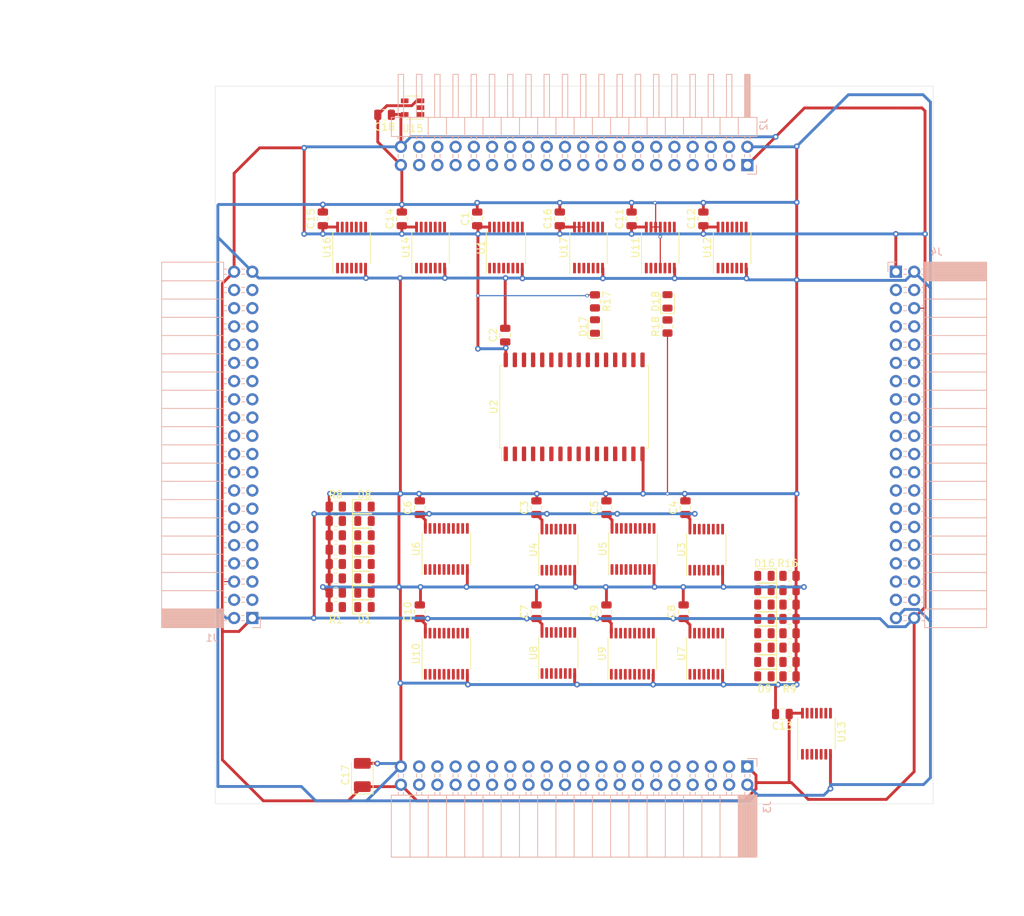
<source format=kicad_pcb>
(kicad_pcb (version 20171130) (host pcbnew "(5.1.10-1-10_14)")
  (layers (0 F.Cu signal) (31 B.Cu signal) (34 B.Paste user) (35 F.Paste user) (36 B.SilkS user) (37 F.SilkS user) (38 B.Mask user) (39 F.Mask user) (44 Edge.Cuts user))
  (net 0 "")
  (net 1 GND)
  (net 2 VCC)
  (net 3 "/Stack Pointer 0/c0")
  (net 4 "Net-(D1-Pad1)")
  (net 5 "/Stack Pointer 0/c1")
  (net 6 "Net-(D2-Pad1)")
  (net 7 "/Stack Pointer 0/c2")
  (net 8 "Net-(D3-Pad1)")
  (net 9 "/Stack Pointer 0/c3")
  (net 10 "Net-(D4-Pad1)")
  (net 11 "/Stack Pointer 0/c4")
  (net 12 "Net-(D5-Pad1)")
  (net 13 "/Stack Pointer 0/c5")
  (net 14 "Net-(D6-Pad1)")
  (net 15 "/Stack Pointer 0/c6")
  (net 16 "Net-(D7-Pad1)")
  (net 17 "/Stack Pointer 0/c7")
  (net 18 "Net-(D8-Pad1)")
  (net 19 "/Stack Pointer 1/c0")
  (net 20 "Net-(D9-Pad1)")
  (net 21 "/Stack Pointer 1/c1")
  (net 22 "Net-(D10-Pad1)")
  (net 23 "/Stack Pointer 1/c2")
  (net 24 "Net-(D11-Pad1)")
  (net 25 "/Stack Pointer 1/c3")
  (net 26 "Net-(D12-Pad1)")
  (net 27 "/Stack Pointer 1/c4")
  (net 28 "Net-(D13-Pad1)")
  (net 29 "/Stack Pointer 1/c5")
  (net 30 "Net-(D14-Pad1)")
  (net 31 "/Stack Pointer 1/c6")
  (net 32 "Net-(D15-Pad1)")
  (net 33 "/Stack Pointer 1/c7")
  (net 34 "Net-(D16-Pad1)")
  (net 35 "Net-(D17-Pad2)")
  (net 36 /~ce_bank)
  (net 37 /ena)
  (net 38 "Net-(D18-Pad1)")
  (net 39 /a15)
  (net 40 /a14)
  (net 41 /a13)
  (net 42 /a12)
  (net 43 /a11)
  (net 44 /a10)
  (net 45 /a9)
  (net 46 /a8)
  (net 47 /a7)
  (net 48 /a6)
  (net 49 /a5)
  (net 50 /a4)
  (net 51 /a3)
  (net 52 /a2)
  (net 53 /a1)
  (net 54 /a0)
  (net 55 "Net-(J1-Pad22)")
  (net 56 "Net-(J1-Pad21)")
  (net 57 "Net-(J1-Pad20)")
  (net 58 "Net-(J1-Pad19)")
  (net 59 /d7)
  (net 60 /d6)
  (net 61 /d5)
  (net 62 /d4)
  (net 63 /d3)
  (net 64 /d2)
  (net 65 /d1)
  (net 66 /d0)
  (net 67 "Net-(J1-Pad10)")
  (net 68 "Net-(J1-Pad9)")
  (net 69 /~we)
  (net 70 /~oe)
  (net 71 /rdy)
  (net 72 /~rst)
  (net 73 "Net-(J1-Pad3)")
  (net 74 "Net-(J2-Pad22)")
  (net 75 "Net-(J2-Pad21)")
  (net 76 "Net-(J2-Pad20)")
  (net 77 "Net-(J2-Pad19)")
  (net 78 "Net-(J2-Pad10)")
  (net 79 "Net-(J2-Pad9)")
  (net 80 "Net-(J2-Pad6)")
  (net 81 "Net-(J2-Pad3)")
  (net 82 "Net-(J3-Pad22)")
  (net 83 "Net-(J3-Pad21)")
  (net 84 "Net-(J3-Pad20)")
  (net 85 "Net-(J3-Pad19)")
  (net 86 "Net-(J3-Pad10)")
  (net 87 "Net-(J3-Pad9)")
  (net 88 "Net-(J3-Pad6)")
  (net 89 "Net-(J3-Pad3)")
  (net 90 "Net-(J4-Pad22)")
  (net 91 "Net-(J4-Pad21)")
  (net 92 "Net-(J4-Pad20)")
  (net 93 "Net-(J4-Pad19)")
  (net 94 "Net-(J4-Pad10)")
  (net 95 "Net-(J4-Pad9)")
  (net 96 "Net-(J4-Pad3)")
  (net 97 /~sel_control)
  (net 98 /~sel0)
  (net 99 /~sel1)
  (net 100 /~sel2)
  (net 101 /~sel3)
  (net 102 "Net-(U1-Pad7)")
  (net 103 "Net-(U1-Pad6)")
  (net 104 "Net-(U1-Pad5)")
  (net 105 /nand_a_10_15)
  (net 106 /f4)
  (net 107 /f7)
  (net 108 /f2)
  (net 109 /f0)
  (net 110 /f1)
  (net 111 /f3)
  (net 112 /f5)
  (net 113 /f6)
  (net 114 /rst)
  (net 115 "/Stack Pointer 0/~borrow")
  (net 116 "/Stack Pointer 0/~carry")
  (net 117 /~load_0)
  (net 118 /up_0)
  (net 119 /down_0)
  (net 120 "Net-(U4-Pad13)")
  (net 121 "Net-(U4-Pad12)")
  (net 122 /~oe_d_0)
  (net 123 "/Stack Pointer 1/~borrow")
  (net 124 "/Stack Pointer 1/~carry")
  (net 125 /~load_1)
  (net 126 /up_1)
  (net 127 /down_1)
  (net 128 "Net-(U8-Pad13)")
  (net 129 "Net-(U8-Pad12)")
  (net 130 /~oe_d_1)
  (net 131 /~a11)
  (net 132 "Net-(U11-Pad8)")
  (net 133 /~ena)
  (net 134 /ff_ena_cp)
  (net 135 /~incdec_we)
  (net 136 /nand_a_14_15)
  (net 137 /nand_a_10_11)
  (net 138 /~a12)
  (net 139 /xor_a_12_13)
  (net 140 /nandxor)
  (net 141 /~sf_sel)
  (net 142 /nand_a_10_12)
  (net 143 "Net-(U17-Pad11)")
  (module Capacitor_SMD:C_0805_2012Metric (layer F.Cu) (at 73.6 54 180)
    (fp_text reference C18 (at 0 -1.68) (layer F.SilkS))
    (fp_text value 0.1)
    (pad 2 smd roundrect (at 0.95 0 180) (size 1 1.45) (layers F.Cu F.Paste F.Mask) (net 1 GND))
    (pad 1 smd roundrect (at -0.95 0 180) (size 1 1.45) (layers F.Cu F.Paste F.Mask) (net 2 VCC))
  )
  (module Package_SO:TSSOP-14_4.4x5mm_P0.65mm (layer F.Cu) (at 102 72.5 90)
    (fp_text reference U17 (at 0 -3.45 90) (layer F.SilkS))
    (fp_text value 74HC32)
    (pad 14 smd roundrect (at 2.8625 -1.95 90) (size 1.475 0.4) (layers F.Cu F.Paste F.Mask) (net 2 VCC))
    (pad 13 smd roundrect (at 2.8625 -1.3 90) (size 1.475 0.4) (layers F.Cu F.Paste F.Mask) (net 2 VCC))
    (pad 12 smd roundrect (at 2.8625 -0.65 90) (size 1.475 0.4) (layers F.Cu F.Paste F.Mask) (net 2 VCC))
    (pad 11 smd roundrect (at 2.8625 0 90) (size 1.475 0.4) (layers F.Cu F.Paste F.Mask) (net 143 "Net-(U17-Pad11)"))
    (pad 10 smd roundrect (at 2.8625 0.65 90) (size 1.475 0.4) (layers F.Cu F.Paste F.Mask) (net 133 /~ena))
    (pad 9 smd roundrect (at 2.8625 1.3 90) (size 1.475 0.4) (layers F.Cu F.Paste F.Mask) (net 141 /~sf_sel))
    (pad 8 smd roundrect (at 2.8625 1.95 90) (size 1.475 0.4) (layers F.Cu F.Paste F.Mask) (net 36 /~ce_bank))
    (pad 7 smd roundrect (at -2.8625 1.95 90) (size 1.475 0.4) (layers F.Cu F.Paste F.Mask) (net 1 GND))
    (pad 6 smd roundrect (at -2.8625 1.3 90) (size 1.475 0.4) (layers F.Cu F.Paste F.Mask) (net 134 /ff_ena_cp))
    (pad 5 smd roundrect (at -2.8625 0.65 90) (size 1.475 0.4) (layers F.Cu F.Paste F.Mask) (net 69 /~we))
    (pad 4 smd roundrect (at -2.8625 0 90) (size 1.475 0.4) (layers F.Cu F.Paste F.Mask) (net 101 /~sel3))
    (pad 3 smd roundrect (at -2.8625 -0.65 90) (size 1.475 0.4) (layers F.Cu F.Paste F.Mask) (net 135 /~incdec_we))
    (pad 2 smd roundrect (at -2.8625 -1.3 90) (size 1.475 0.4) (layers F.Cu F.Paste F.Mask) (net 69 /~we))
    (pad 1 smd roundrect (at -2.8625 -1.95 90) (size 1.475 0.4) (layers F.Cu F.Paste F.Mask) (net 100 /~sel2))
  )
  (module Package_SO:TSSOP-14_4.4x5mm_P0.65mm (layer F.Cu) (at 69 72.5 90)
    (fp_text reference U16 (at 0 -3.45 90) (layer F.SilkS))
    (fp_text value 74HC32)
    (pad 14 smd roundrect (at 2.8625 -1.95 90) (size 1.475 0.4) (layers F.Cu F.Paste F.Mask) (net 2 VCC))
    (pad 13 smd roundrect (at 2.8625 -1.3 90) (size 1.475 0.4) (layers F.Cu F.Paste F.Mask) (net 139 /xor_a_12_13))
    (pad 12 smd roundrect (at 2.8625 -0.65 90) (size 1.475 0.4) (layers F.Cu F.Paste F.Mask) (net 136 /nand_a_14_15))
    (pad 11 smd roundrect (at 2.8625 0 90) (size 1.475 0.4) (layers F.Cu F.Paste F.Mask) (net 140 /nandxor))
    (pad 10 smd roundrect (at 2.8625 0.65 90) (size 1.475 0.4) (layers F.Cu F.Paste F.Mask) (net 140 /nandxor))
    (pad 9 smd roundrect (at 2.8625 1.3 90) (size 1.475 0.4) (layers F.Cu F.Paste F.Mask) (net 42 /a12))
    (pad 8 smd roundrect (at 2.8625 1.95 90) (size 1.475 0.4) (layers F.Cu F.Paste F.Mask) (net 141 /~sf_sel))
    (pad 7 smd roundrect (at -2.8625 1.95 90) (size 1.475 0.4) (layers F.Cu F.Paste F.Mask) (net 1 GND))
    (pad 6 smd roundrect (at -2.8625 1.3 90) (size 1.475 0.4) (layers F.Cu F.Paste F.Mask) (net 105 /nand_a_10_15))
    (pad 5 smd roundrect (at -2.8625 0.65 90) (size 1.475 0.4) (layers F.Cu F.Paste F.Mask) (net 140 /nandxor))
    (pad 4 smd roundrect (at -2.8625 0 90) (size 1.475 0.4) (layers F.Cu F.Paste F.Mask) (net 142 /nand_a_10_12))
    (pad 3 smd roundrect (at -2.8625 -0.65 90) (size 1.475 0.4) (layers F.Cu F.Paste F.Mask) (net 142 /nand_a_10_12))
    (pad 2 smd roundrect (at -2.8625 -1.3 90) (size 1.475 0.4) (layers F.Cu F.Paste F.Mask) (net 137 /nand_a_10_11))
    (pad 1 smd roundrect (at -2.8625 -1.95 90) (size 1.475 0.4) (layers F.Cu F.Paste F.Mask) (net 138 /~a12))
  )
  (module Package_TO_SOT_SMD:SOT-23-5 (layer F.Cu) (at 77.5 53 180)
    (fp_text reference U15 (at 0 -2.9) (layer F.SilkS))
    (fp_text value 74AHC1G86)
    (pad 5 smd rect (at 1.1 -0.95 180) (size 1.06 0.65) (layers F.Cu F.Paste F.Mask) (net 2 VCC))
    (pad 4 smd rect (at 1.1 0.95 180) (size 1.06 0.65) (layers F.Cu F.Paste F.Mask) (net 139 /xor_a_12_13))
    (pad 3 smd rect (at -1.1 0.95 180) (size 1.06 0.65) (layers F.Cu F.Paste F.Mask) (net 1 GND))
    (pad 2 smd rect (at -1.1 0 180) (size 1.06 0.65) (layers F.Cu F.Paste F.Mask) (net 41 /a13))
    (pad 1 smd rect (at -1.1 -0.95 180) (size 1.06 0.65) (layers F.Cu F.Paste F.Mask) (net 42 /a12))
  )
  (module Package_SO:TSSOP-14_4.4x5mm_P0.65mm (layer F.Cu) (at 80 72.5 90)
    (fp_text reference U14 (at 0 -3.45 90) (layer F.SilkS))
    (fp_text value 74HC00)
    (pad 14 smd roundrect (at 2.8625 -1.95 90) (size 1.475 0.4) (layers F.Cu F.Paste F.Mask) (net 2 VCC))
    (pad 13 smd roundrect (at 2.8625 -1.3 90) (size 1.475 0.4) (layers F.Cu F.Paste F.Mask) (net 39 /a15))
    (pad 12 smd roundrect (at 2.8625 -0.65 90) (size 1.475 0.4) (layers F.Cu F.Paste F.Mask) (net 40 /a14))
    (pad 11 smd roundrect (at 2.8625 0 90) (size 1.475 0.4) (layers F.Cu F.Paste F.Mask) (net 136 /nand_a_14_15))
    (pad 10 smd roundrect (at 2.8625 0.65 90) (size 1.475 0.4) (layers F.Cu F.Paste F.Mask) (net 44 /a10))
    (pad 9 smd roundrect (at 2.8625 1.3 90) (size 1.475 0.4) (layers F.Cu F.Paste F.Mask) (net 43 /a11))
    (pad 8 smd roundrect (at 2.8625 1.95 90) (size 1.475 0.4) (layers F.Cu F.Paste F.Mask) (net 137 /nand_a_10_11))
    (pad 7 smd roundrect (at -2.8625 1.95 90) (size 1.475 0.4) (layers F.Cu F.Paste F.Mask) (net 1 GND))
    (pad 6 smd roundrect (at -2.8625 1.3 90) (size 1.475 0.4) (layers F.Cu F.Paste F.Mask) (net 138 /~a12))
    (pad 5 smd roundrect (at -2.8625 0.65 90) (size 1.475 0.4) (layers F.Cu F.Paste F.Mask) (net 42 /a12))
    (pad 4 smd roundrect (at -2.8625 0 90) (size 1.475 0.4) (layers F.Cu F.Paste F.Mask) (net 42 /a12))
    (pad 3 smd roundrect (at -2.8625 -0.65 90) (size 1.475 0.4) (layers F.Cu F.Paste F.Mask) (net 131 /~a11))
    (pad 2 smd roundrect (at -2.8625 -1.3 90) (size 1.475 0.4) (layers F.Cu F.Paste F.Mask) (net 43 /a11))
    (pad 1 smd roundrect (at -2.8625 -1.95 90) (size 1.475 0.4) (layers F.Cu F.Paste F.Mask) (net 43 /a11))
  )
  (module Package_SO:TSSOP-14_4.4x5mm_P0.65mm (layer F.Cu) (at 133.75 140.25 90)
    (fp_text reference U13 (at 0.25 3.5 90) (layer F.SilkS))
    (fp_text value 74HC32)
    (pad 14 smd roundrect (at 2.8625 -1.95 90) (size 1.475 0.4) (layers F.Cu F.Paste F.Mask) (net 2 VCC))
    (pad 13 smd roundrect (at 2.8625 -1.3 90) (size 1.475 0.4) (layers F.Cu F.Paste F.Mask) (net 135 /~incdec_we))
    (pad 12 smd roundrect (at 2.8625 -0.65 90) (size 1.475 0.4) (layers F.Cu F.Paste F.Mask) (net 63 /d3))
    (pad 11 smd roundrect (at 2.8625 0 90) (size 1.475 0.4) (layers F.Cu F.Paste F.Mask) (net 127 /down_1))
    (pad 10 smd roundrect (at 2.8625 0.65 90) (size 1.475 0.4) (layers F.Cu F.Paste F.Mask) (net 135 /~incdec_we))
    (pad 9 smd roundrect (at 2.8625 1.3 90) (size 1.475 0.4) (layers F.Cu F.Paste F.Mask) (net 64 /d2))
    (pad 8 smd roundrect (at 2.8625 1.95 90) (size 1.475 0.4) (layers F.Cu F.Paste F.Mask) (net 119 /down_0))
    (pad 7 smd roundrect (at -2.8625 1.95 90) (size 1.475 0.4) (layers F.Cu F.Paste F.Mask) (net 1 GND))
    (pad 6 smd roundrect (at -2.8625 1.3 90) (size 1.475 0.4) (layers F.Cu F.Paste F.Mask) (net 126 /up_1))
    (pad 5 smd roundrect (at -2.8625 0.65 90) (size 1.475 0.4) (layers F.Cu F.Paste F.Mask) (net 65 /d1))
    (pad 4 smd roundrect (at -2.8625 0 90) (size 1.475 0.4) (layers F.Cu F.Paste F.Mask) (net 135 /~incdec_we))
    (pad 3 smd roundrect (at -2.8625 -0.65 90) (size 1.475 0.4) (layers F.Cu F.Paste F.Mask) (net 118 /up_0))
    (pad 2 smd roundrect (at -2.8625 -1.3 90) (size 1.475 0.4) (layers F.Cu F.Paste F.Mask) (net 66 /d0))
    (pad 1 smd roundrect (at -2.8625 -1.95 90) (size 1.475 0.4) (layers F.Cu F.Paste F.Mask) (net 135 /~incdec_we))
  )
  (module Package_SO:TSSOP-14_4.4x5mm_P0.65mm (layer F.Cu) (at 122 72.5 90)
    (fp_text reference U12 (at 0 -3.45 90) (layer F.SilkS))
    (fp_text value 74HC32)
    (pad 14 smd roundrect (at 2.8625 -1.95 90) (size 1.475 0.4) (layers F.Cu F.Paste F.Mask) (net 2 VCC))
    (pad 13 smd roundrect (at 2.8625 -1.3 90) (size 1.475 0.4) (layers F.Cu F.Paste F.Mask) (net 69 /~we))
    (pad 12 smd roundrect (at 2.8625 -0.65 90) (size 1.475 0.4) (layers F.Cu F.Paste F.Mask) (net 98 /~sel0))
    (pad 11 smd roundrect (at 2.8625 0 90) (size 1.475 0.4) (layers F.Cu F.Paste F.Mask) (net 117 /~load_0))
    (pad 10 smd roundrect (at 2.8625 0.65 90) (size 1.475 0.4) (layers F.Cu F.Paste F.Mask) (net 69 /~we))
    (pad 9 smd roundrect (at 2.8625 1.3 90) (size 1.475 0.4) (layers F.Cu F.Paste F.Mask) (net 99 /~sel1))
    (pad 8 smd roundrect (at 2.8625 1.95 90) (size 1.475 0.4) (layers F.Cu F.Paste F.Mask) (net 125 /~load_1))
    (pad 7 smd roundrect (at -2.8625 1.95 90) (size 1.475 0.4) (layers F.Cu F.Paste F.Mask) (net 1 GND))
    (pad 6 smd roundrect (at -2.8625 1.3 90) (size 1.475 0.4) (layers F.Cu F.Paste F.Mask) (net 130 /~oe_d_1))
    (pad 5 smd roundrect (at -2.8625 0.65 90) (size 1.475 0.4) (layers F.Cu F.Paste F.Mask) (net 99 /~sel1))
    (pad 4 smd roundrect (at -2.8625 0 90) (size 1.475 0.4) (layers F.Cu F.Paste F.Mask) (net 70 /~oe))
    (pad 3 smd roundrect (at -2.8625 -0.65 90) (size 1.475 0.4) (layers F.Cu F.Paste F.Mask) (net 122 /~oe_d_0))
    (pad 2 smd roundrect (at -2.8625 -1.3 90) (size 1.475 0.4) (layers F.Cu F.Paste F.Mask) (net 98 /~sel0))
    (pad 1 smd roundrect (at -2.8625 -1.95 90) (size 1.475 0.4) (layers F.Cu F.Paste F.Mask) (net 70 /~oe))
  )
  (module Package_SO:TSSOP-14_4.4x5mm_P0.65mm (layer F.Cu) (at 112 72.5 90)
    (fp_text reference U11 (at 0 -3.45 90) (layer F.SilkS))
    (fp_text value 74HC74)
    (pad 14 smd roundrect (at 2.8625 -1.95 90) (size 1.475 0.4) (layers F.Cu F.Paste F.Mask) (net 2 VCC))
    (pad 13 smd roundrect (at 2.8625 -1.3 90) (size 1.475 0.4) (layers F.Cu F.Paste F.Mask) (net 1 GND))
    (pad 12 smd roundrect (at 2.8625 -0.65 90) (size 1.475 0.4) (layers F.Cu F.Paste F.Mask) (net 1 GND))
    (pad 11 smd roundrect (at 2.8625 0 90) (size 1.475 0.4) (layers F.Cu F.Paste F.Mask) (net 1 GND))
    (pad 10 smd roundrect (at 2.8625 0.65 90) (size 1.475 0.4) (layers F.Cu F.Paste F.Mask) (net 72 /~rst))
    (pad 9 smd roundrect (at 2.8625 1.3 90) (size 1.475 0.4) (layers F.Cu F.Paste F.Mask) (net 114 /rst))
    (pad 8 smd roundrect (at 2.8625 1.95 90) (size 1.475 0.4) (layers F.Cu F.Paste F.Mask) (net 132 "Net-(U11-Pad8)"))
    (pad 7 smd roundrect (at -2.8625 1.95 90) (size 1.475 0.4) (layers F.Cu F.Paste F.Mask) (net 1 GND))
    (pad 6 smd roundrect (at -2.8625 1.3 90) (size 1.475 0.4) (layers F.Cu F.Paste F.Mask) (net 133 /~ena))
    (pad 5 smd roundrect (at -2.8625 0.65 90) (size 1.475 0.4) (layers F.Cu F.Paste F.Mask) (net 37 /ena))
    (pad 4 smd roundrect (at -2.8625 0 90) (size 1.475 0.4) (layers F.Cu F.Paste F.Mask) (net 2 VCC))
    (pad 3 smd roundrect (at -2.8625 -0.65 90) (size 1.475 0.4) (layers F.Cu F.Paste F.Mask) (net 134 /ff_ena_cp))
    (pad 2 smd roundrect (at -2.8625 -1.3 90) (size 1.475 0.4) (layers F.Cu F.Paste F.Mask) (net 66 /d0))
    (pad 1 smd roundrect (at -2.8625 -1.95 90) (size 1.475 0.4) (layers F.Cu F.Paste F.Mask) (net 72 /~rst))
  )
  (module Package_SO:TSSOP-20_4.4x6.5mm_P0.65mm (layer F.Cu) (at 82.2 129.1 90)
    (fp_text reference U10 (at 0 -4.2 90) (layer F.SilkS))
    (fp_text value 74HC244)
    (pad 20 smd roundrect (at 2.8625 -2.925 90) (size 1.475 0.4) (layers F.Cu F.Paste F.Mask) (net 2 VCC))
    (pad 19 smd roundrect (at 2.8625 -2.275 90) (size 1.475 0.4) (layers F.Cu F.Paste F.Mask) (net 131 /~a11))
    (pad 18 smd roundrect (at 2.8625 -1.625 90) (size 1.475 0.4) (layers F.Cu F.Paste F.Mask) (net 109 /f0))
    (pad 17 smd roundrect (at 2.8625 -0.975 90) (size 1.475 0.4) (layers F.Cu F.Paste F.Mask) (net 27 "/Stack Pointer 1/c4"))
    (pad 16 smd roundrect (at 2.8625 -0.325 90) (size 1.475 0.4) (layers F.Cu F.Paste F.Mask) (net 110 /f1))
    (pad 15 smd roundrect (at 2.8625 0.325 90) (size 1.475 0.4) (layers F.Cu F.Paste F.Mask) (net 29 "/Stack Pointer 1/c5"))
    (pad 14 smd roundrect (at 2.8625 0.975 90) (size 1.475 0.4) (layers F.Cu F.Paste F.Mask) (net 108 /f2))
    (pad 13 smd roundrect (at 2.8625 1.625 90) (size 1.475 0.4) (layers F.Cu F.Paste F.Mask) (net 31 "/Stack Pointer 1/c6"))
    (pad 12 smd roundrect (at 2.8625 2.275 90) (size 1.475 0.4) (layers F.Cu F.Paste F.Mask) (net 111 /f3))
    (pad 11 smd roundrect (at 2.8625 2.925 90) (size 1.475 0.4) (layers F.Cu F.Paste F.Mask) (net 33 "/Stack Pointer 1/c7"))
    (pad 10 smd roundrect (at -2.8625 2.925 90) (size 1.475 0.4) (layers F.Cu F.Paste F.Mask) (net 1 GND))
    (pad 9 smd roundrect (at -2.8625 2.275 90) (size 1.475 0.4) (layers F.Cu F.Paste F.Mask) (net 107 /f7))
    (pad 8 smd roundrect (at -2.8625 1.625 90) (size 1.475 0.4) (layers F.Cu F.Paste F.Mask) (net 25 "/Stack Pointer 1/c3"))
    (pad 7 smd roundrect (at -2.8625 0.975 90) (size 1.475 0.4) (layers F.Cu F.Paste F.Mask) (net 113 /f6))
    (pad 6 smd roundrect (at -2.8625 0.325 90) (size 1.475 0.4) (layers F.Cu F.Paste F.Mask) (net 23 "/Stack Pointer 1/c2"))
    (pad 5 smd roundrect (at -2.8625 -0.325 90) (size 1.475 0.4) (layers F.Cu F.Paste F.Mask) (net 112 /f5))
    (pad 4 smd roundrect (at -2.8625 -0.975 90) (size 1.475 0.4) (layers F.Cu F.Paste F.Mask) (net 21 "/Stack Pointer 1/c1"))
    (pad 3 smd roundrect (at -2.8625 -1.625 90) (size 1.475 0.4) (layers F.Cu F.Paste F.Mask) (net 106 /f4))
    (pad 2 smd roundrect (at -2.8625 -2.275 90) (size 1.475 0.4) (layers F.Cu F.Paste F.Mask) (net 19 "/Stack Pointer 1/c0"))
    (pad 1 smd roundrect (at -2.8625 -2.925 90) (size 1.475 0.4) (layers F.Cu F.Paste F.Mask) (net 131 /~a11))
  )
  (module Package_SO:TSSOP-20_4.4x6.5mm_P0.65mm (layer F.Cu) (at 108.1 129.1 90)
    (fp_text reference U9 (at 0 -4.2 90) (layer F.SilkS))
    (fp_text value 74HC244)
    (pad 20 smd roundrect (at 2.8625 -2.925 90) (size 1.475 0.4) (layers F.Cu F.Paste F.Mask) (net 2 VCC))
    (pad 19 smd roundrect (at 2.8625 -2.275 90) (size 1.475 0.4) (layers F.Cu F.Paste F.Mask) (net 130 /~oe_d_1))
    (pad 18 smd roundrect (at 2.8625 -1.625 90) (size 1.475 0.4) (layers F.Cu F.Paste F.Mask) (net 66 /d0))
    (pad 17 smd roundrect (at 2.8625 -0.975 90) (size 1.475 0.4) (layers F.Cu F.Paste F.Mask) (net 27 "/Stack Pointer 1/c4"))
    (pad 16 smd roundrect (at 2.8625 -0.325 90) (size 1.475 0.4) (layers F.Cu F.Paste F.Mask) (net 65 /d1))
    (pad 15 smd roundrect (at 2.8625 0.325 90) (size 1.475 0.4) (layers F.Cu F.Paste F.Mask) (net 29 "/Stack Pointer 1/c5"))
    (pad 14 smd roundrect (at 2.8625 0.975 90) (size 1.475 0.4) (layers F.Cu F.Paste F.Mask) (net 64 /d2))
    (pad 13 smd roundrect (at 2.8625 1.625 90) (size 1.475 0.4) (layers F.Cu F.Paste F.Mask) (net 31 "/Stack Pointer 1/c6"))
    (pad 12 smd roundrect (at 2.8625 2.275 90) (size 1.475 0.4) (layers F.Cu F.Paste F.Mask) (net 63 /d3))
    (pad 11 smd roundrect (at 2.8625 2.925 90) (size 1.475 0.4) (layers F.Cu F.Paste F.Mask) (net 33 "/Stack Pointer 1/c7"))
    (pad 10 smd roundrect (at -2.8625 2.925 90) (size 1.475 0.4) (layers F.Cu F.Paste F.Mask) (net 1 GND))
    (pad 9 smd roundrect (at -2.8625 2.275 90) (size 1.475 0.4) (layers F.Cu F.Paste F.Mask) (net 59 /d7))
    (pad 8 smd roundrect (at -2.8625 1.625 90) (size 1.475 0.4) (layers F.Cu F.Paste F.Mask) (net 25 "/Stack Pointer 1/c3"))
    (pad 7 smd roundrect (at -2.8625 0.975 90) (size 1.475 0.4) (layers F.Cu F.Paste F.Mask) (net 60 /d6))
    (pad 6 smd roundrect (at -2.8625 0.325 90) (size 1.475 0.4) (layers F.Cu F.Paste F.Mask) (net 23 "/Stack Pointer 1/c2"))
    (pad 5 smd roundrect (at -2.8625 -0.325 90) (size 1.475 0.4) (layers F.Cu F.Paste F.Mask) (net 61 /d5))
    (pad 4 smd roundrect (at -2.8625 -0.975 90) (size 1.475 0.4) (layers F.Cu F.Paste F.Mask) (net 21 "/Stack Pointer 1/c1"))
    (pad 3 smd roundrect (at -2.8625 -1.625 90) (size 1.475 0.4) (layers F.Cu F.Paste F.Mask) (net 62 /d4))
    (pad 2 smd roundrect (at -2.8625 -2.275 90) (size 1.475 0.4) (layers F.Cu F.Paste F.Mask) (net 19 "/Stack Pointer 1/c0"))
    (pad 1 smd roundrect (at -2.8625 -2.925 90) (size 1.475 0.4) (layers F.Cu F.Paste F.Mask) (net 130 /~oe_d_1))
  )
  (module Package_SO:TSSOP-16_4.4x5mm_P0.65mm (layer F.Cu) (at 97.8 129 90)
    (fp_text reference U8 (at 0 -3.45 90) (layer F.SilkS))
    (fp_text value SN74HC193PWR)
    (pad 16 smd roundrect (at 2.8625 -2.275 90) (size 1.475 0.4) (layers F.Cu F.Paste F.Mask) (net 2 VCC))
    (pad 15 smd roundrect (at 2.8625 -1.625 90) (size 1.475 0.4) (layers F.Cu F.Paste F.Mask) (net 62 /d4))
    (pad 14 smd roundrect (at 2.8625 -0.975 90) (size 1.475 0.4) (layers F.Cu F.Paste F.Mask) (net 114 /rst))
    (pad 13 smd roundrect (at 2.8625 -0.325 90) (size 1.475 0.4) (layers F.Cu F.Paste F.Mask) (net 128 "Net-(U8-Pad13)"))
    (pad 12 smd roundrect (at 2.8625 0.325 90) (size 1.475 0.4) (layers F.Cu F.Paste F.Mask) (net 129 "Net-(U8-Pad12)"))
    (pad 11 smd roundrect (at 2.8625 0.975 90) (size 1.475 0.4) (layers F.Cu F.Paste F.Mask) (net 125 /~load_1))
    (pad 10 smd roundrect (at 2.8625 1.625 90) (size 1.475 0.4) (layers F.Cu F.Paste F.Mask) (net 60 /d6))
    (pad 9 smd roundrect (at 2.8625 2.275 90) (size 1.475 0.4) (layers F.Cu F.Paste F.Mask) (net 59 /d7))
    (pad 8 smd roundrect (at -2.8625 2.275 90) (size 1.475 0.4) (layers F.Cu F.Paste F.Mask) (net 1 GND))
    (pad 7 smd roundrect (at -2.8625 1.625 90) (size 1.475 0.4) (layers F.Cu F.Paste F.Mask) (net 33 "/Stack Pointer 1/c7"))
    (pad 6 smd roundrect (at -2.8625 0.975 90) (size 1.475 0.4) (layers F.Cu F.Paste F.Mask) (net 31 "/Stack Pointer 1/c6"))
    (pad 5 smd roundrect (at -2.8625 0.325 90) (size 1.475 0.4) (layers F.Cu F.Paste F.Mask) (net 124 "/Stack Pointer 1/~carry"))
    (pad 4 smd roundrect (at -2.8625 -0.325 90) (size 1.475 0.4) (layers F.Cu F.Paste F.Mask) (net 123 "/Stack Pointer 1/~borrow"))
    (pad 3 smd roundrect (at -2.8625 -0.975 90) (size 1.475 0.4) (layers F.Cu F.Paste F.Mask) (net 27 "/Stack Pointer 1/c4"))
    (pad 2 smd roundrect (at -2.8625 -1.625 90) (size 1.475 0.4) (layers F.Cu F.Paste F.Mask) (net 29 "/Stack Pointer 1/c5"))
    (pad 1 smd roundrect (at -2.8625 -2.275 90) (size 1.475 0.4) (layers F.Cu F.Paste F.Mask) (net 61 /d5))
  )
  (module Package_SO:TSSOP-16_4.4x5mm_P0.65mm (layer F.Cu) (at 118.4 129.1 90)
    (fp_text reference U7 (at 0 -3.45 90) (layer F.SilkS))
    (fp_text value SN74HC193PWR)
    (pad 16 smd roundrect (at 2.8625 -2.275 90) (size 1.475 0.4) (layers F.Cu F.Paste F.Mask) (net 2 VCC))
    (pad 15 smd roundrect (at 2.8625 -1.625 90) (size 1.475 0.4) (layers F.Cu F.Paste F.Mask) (net 66 /d0))
    (pad 14 smd roundrect (at 2.8625 -0.975 90) (size 1.475 0.4) (layers F.Cu F.Paste F.Mask) (net 114 /rst))
    (pad 13 smd roundrect (at 2.8625 -0.325 90) (size 1.475 0.4) (layers F.Cu F.Paste F.Mask) (net 123 "/Stack Pointer 1/~borrow"))
    (pad 12 smd roundrect (at 2.8625 0.325 90) (size 1.475 0.4) (layers F.Cu F.Paste F.Mask) (net 124 "/Stack Pointer 1/~carry"))
    (pad 11 smd roundrect (at 2.8625 0.975 90) (size 1.475 0.4) (layers F.Cu F.Paste F.Mask) (net 125 /~load_1))
    (pad 10 smd roundrect (at 2.8625 1.625 90) (size 1.475 0.4) (layers F.Cu F.Paste F.Mask) (net 64 /d2))
    (pad 9 smd roundrect (at 2.8625 2.275 90) (size 1.475 0.4) (layers F.Cu F.Paste F.Mask) (net 63 /d3))
    (pad 8 smd roundrect (at -2.8625 2.275 90) (size 1.475 0.4) (layers F.Cu F.Paste F.Mask) (net 1 GND))
    (pad 7 smd roundrect (at -2.8625 1.625 90) (size 1.475 0.4) (layers F.Cu F.Paste F.Mask) (net 25 "/Stack Pointer 1/c3"))
    (pad 6 smd roundrect (at -2.8625 0.975 90) (size 1.475 0.4) (layers F.Cu F.Paste F.Mask) (net 23 "/Stack Pointer 1/c2"))
    (pad 5 smd roundrect (at -2.8625 0.325 90) (size 1.475 0.4) (layers F.Cu F.Paste F.Mask) (net 126 /up_1))
    (pad 4 smd roundrect (at -2.8625 -0.325 90) (size 1.475 0.4) (layers F.Cu F.Paste F.Mask) (net 127 /down_1))
    (pad 3 smd roundrect (at -2.8625 -0.975 90) (size 1.475 0.4) (layers F.Cu F.Paste F.Mask) (net 19 "/Stack Pointer 1/c0"))
    (pad 2 smd roundrect (at -2.8625 -1.625 90) (size 1.475 0.4) (layers F.Cu F.Paste F.Mask) (net 21 "/Stack Pointer 1/c1"))
    (pad 1 smd roundrect (at -2.8625 -2.275 90) (size 1.475 0.4) (layers F.Cu F.Paste F.Mask) (net 65 /d1))
  )
  (module Package_SO:TSSOP-20_4.4x6.5mm_P0.65mm (layer F.Cu) (at 82.2 114.5 90)
    (fp_text reference U6 (at 0 -4.2 90) (layer F.SilkS))
    (fp_text value 74HC244)
    (pad 20 smd roundrect (at 2.8625 -2.925 90) (size 1.475 0.4) (layers F.Cu F.Paste F.Mask) (net 2 VCC))
    (pad 19 smd roundrect (at 2.8625 -2.275 90) (size 1.475 0.4) (layers F.Cu F.Paste F.Mask) (net 43 /a11))
    (pad 18 smd roundrect (at 2.8625 -1.625 90) (size 1.475 0.4) (layers F.Cu F.Paste F.Mask) (net 109 /f0))
    (pad 17 smd roundrect (at 2.8625 -0.975 90) (size 1.475 0.4) (layers F.Cu F.Paste F.Mask) (net 11 "/Stack Pointer 0/c4"))
    (pad 16 smd roundrect (at 2.8625 -0.325 90) (size 1.475 0.4) (layers F.Cu F.Paste F.Mask) (net 110 /f1))
    (pad 15 smd roundrect (at 2.8625 0.325 90) (size 1.475 0.4) (layers F.Cu F.Paste F.Mask) (net 13 "/Stack Pointer 0/c5"))
    (pad 14 smd roundrect (at 2.8625 0.975 90) (size 1.475 0.4) (layers F.Cu F.Paste F.Mask) (net 108 /f2))
    (pad 13 smd roundrect (at 2.8625 1.625 90) (size 1.475 0.4) (layers F.Cu F.Paste F.Mask) (net 15 "/Stack Pointer 0/c6"))
    (pad 12 smd roundrect (at 2.8625 2.275 90) (size 1.475 0.4) (layers F.Cu F.Paste F.Mask) (net 111 /f3))
    (pad 11 smd roundrect (at 2.8625 2.925 90) (size 1.475 0.4) (layers F.Cu F.Paste F.Mask) (net 17 "/Stack Pointer 0/c7"))
    (pad 10 smd roundrect (at -2.8625 2.925 90) (size 1.475 0.4) (layers F.Cu F.Paste F.Mask) (net 1 GND))
    (pad 9 smd roundrect (at -2.8625 2.275 90) (size 1.475 0.4) (layers F.Cu F.Paste F.Mask) (net 107 /f7))
    (pad 8 smd roundrect (at -2.8625 1.625 90) (size 1.475 0.4) (layers F.Cu F.Paste F.Mask) (net 9 "/Stack Pointer 0/c3"))
    (pad 7 smd roundrect (at -2.8625 0.975 90) (size 1.475 0.4) (layers F.Cu F.Paste F.Mask) (net 113 /f6))
    (pad 6 smd roundrect (at -2.8625 0.325 90) (size 1.475 0.4) (layers F.Cu F.Paste F.Mask) (net 7 "/Stack Pointer 0/c2"))
    (pad 5 smd roundrect (at -2.8625 -0.325 90) (size 1.475 0.4) (layers F.Cu F.Paste F.Mask) (net 112 /f5))
    (pad 4 smd roundrect (at -2.8625 -0.975 90) (size 1.475 0.4) (layers F.Cu F.Paste F.Mask) (net 5 "/Stack Pointer 0/c1"))
    (pad 3 smd roundrect (at -2.8625 -1.625 90) (size 1.475 0.4) (layers F.Cu F.Paste F.Mask) (net 106 /f4))
    (pad 2 smd roundrect (at -2.8625 -2.275 90) (size 1.475 0.4) (layers F.Cu F.Paste F.Mask) (net 3 "/Stack Pointer 0/c0"))
    (pad 1 smd roundrect (at -2.8625 -2.925 90) (size 1.475 0.4) (layers F.Cu F.Paste F.Mask) (net 43 /a11))
  )
  (module Package_SO:TSSOP-20_4.4x6.5mm_P0.65mm (layer F.Cu) (at 108.2 114.5 90)
    (fp_text reference U5 (at 0 -4.2 90) (layer F.SilkS))
    (fp_text value 74HC244)
    (pad 20 smd roundrect (at 2.8625 -2.925 90) (size 1.475 0.4) (layers F.Cu F.Paste F.Mask) (net 2 VCC))
    (pad 19 smd roundrect (at 2.8625 -2.275 90) (size 1.475 0.4) (layers F.Cu F.Paste F.Mask) (net 122 /~oe_d_0))
    (pad 18 smd roundrect (at 2.8625 -1.625 90) (size 1.475 0.4) (layers F.Cu F.Paste F.Mask) (net 66 /d0))
    (pad 17 smd roundrect (at 2.8625 -0.975 90) (size 1.475 0.4) (layers F.Cu F.Paste F.Mask) (net 11 "/Stack Pointer 0/c4"))
    (pad 16 smd roundrect (at 2.8625 -0.325 90) (size 1.475 0.4) (layers F.Cu F.Paste F.Mask) (net 65 /d1))
    (pad 15 smd roundrect (at 2.8625 0.325 90) (size 1.475 0.4) (layers F.Cu F.Paste F.Mask) (net 13 "/Stack Pointer 0/c5"))
    (pad 14 smd roundrect (at 2.8625 0.975 90) (size 1.475 0.4) (layers F.Cu F.Paste F.Mask) (net 64 /d2))
    (pad 13 smd roundrect (at 2.8625 1.625 90) (size 1.475 0.4) (layers F.Cu F.Paste F.Mask) (net 15 "/Stack Pointer 0/c6"))
    (pad 12 smd roundrect (at 2.8625 2.275 90) (size 1.475 0.4) (layers F.Cu F.Paste F.Mask) (net 63 /d3))
    (pad 11 smd roundrect (at 2.8625 2.925 90) (size 1.475 0.4) (layers F.Cu F.Paste F.Mask) (net 17 "/Stack Pointer 0/c7"))
    (pad 10 smd roundrect (at -2.8625 2.925 90) (size 1.475 0.4) (layers F.Cu F.Paste F.Mask) (net 1 GND))
    (pad 9 smd roundrect (at -2.8625 2.275 90) (size 1.475 0.4) (layers F.Cu F.Paste F.Mask) (net 59 /d7))
    (pad 8 smd roundrect (at -2.8625 1.625 90) (size 1.475 0.4) (layers F.Cu F.Paste F.Mask) (net 9 "/Stack Pointer 0/c3"))
    (pad 7 smd roundrect (at -2.8625 0.975 90) (size 1.475 0.4) (layers F.Cu F.Paste F.Mask) (net 60 /d6))
    (pad 6 smd roundrect (at -2.8625 0.325 90) (size 1.475 0.4) (layers F.Cu F.Paste F.Mask) (net 7 "/Stack Pointer 0/c2"))
    (pad 5 smd roundrect (at -2.8625 -0.325 90) (size 1.475 0.4) (layers F.Cu F.Paste F.Mask) (net 61 /d5))
    (pad 4 smd roundrect (at -2.8625 -0.975 90) (size 1.475 0.4) (layers F.Cu F.Paste F.Mask) (net 5 "/Stack Pointer 0/c1"))
    (pad 3 smd roundrect (at -2.8625 -1.625 90) (size 1.475 0.4) (layers F.Cu F.Paste F.Mask) (net 62 /d4))
    (pad 2 smd roundrect (at -2.8625 -2.275 90) (size 1.475 0.4) (layers F.Cu F.Paste F.Mask) (net 3 "/Stack Pointer 0/c0"))
    (pad 1 smd roundrect (at -2.8625 -2.925 90) (size 1.475 0.4) (layers F.Cu F.Paste F.Mask) (net 122 /~oe_d_0))
  )
  (module Package_SO:TSSOP-16_4.4x5mm_P0.65mm (layer F.Cu) (at 97.8 114.6 90)
    (fp_text reference U4 (at 0 -3.45 90) (layer F.SilkS))
    (fp_text value SN74HC193PWR)
    (pad 16 smd roundrect (at 2.8625 -2.275 90) (size 1.475 0.4) (layers F.Cu F.Paste F.Mask) (net 2 VCC))
    (pad 15 smd roundrect (at 2.8625 -1.625 90) (size 1.475 0.4) (layers F.Cu F.Paste F.Mask) (net 62 /d4))
    (pad 14 smd roundrect (at 2.8625 -0.975 90) (size 1.475 0.4) (layers F.Cu F.Paste F.Mask) (net 114 /rst))
    (pad 13 smd roundrect (at 2.8625 -0.325 90) (size 1.475 0.4) (layers F.Cu F.Paste F.Mask) (net 120 "Net-(U4-Pad13)"))
    (pad 12 smd roundrect (at 2.8625 0.325 90) (size 1.475 0.4) (layers F.Cu F.Paste F.Mask) (net 121 "Net-(U4-Pad12)"))
    (pad 11 smd roundrect (at 2.8625 0.975 90) (size 1.475 0.4) (layers F.Cu F.Paste F.Mask) (net 117 /~load_0))
    (pad 10 smd roundrect (at 2.8625 1.625 90) (size 1.475 0.4) (layers F.Cu F.Paste F.Mask) (net 60 /d6))
    (pad 9 smd roundrect (at 2.8625 2.275 90) (size 1.475 0.4) (layers F.Cu F.Paste F.Mask) (net 59 /d7))
    (pad 8 smd roundrect (at -2.8625 2.275 90) (size 1.475 0.4) (layers F.Cu F.Paste F.Mask) (net 1 GND))
    (pad 7 smd roundrect (at -2.8625 1.625 90) (size 1.475 0.4) (layers F.Cu F.Paste F.Mask) (net 17 "/Stack Pointer 0/c7"))
    (pad 6 smd roundrect (at -2.8625 0.975 90) (size 1.475 0.4) (layers F.Cu F.Paste F.Mask) (net 15 "/Stack Pointer 0/c6"))
    (pad 5 smd roundrect (at -2.8625 0.325 90) (size 1.475 0.4) (layers F.Cu F.Paste F.Mask) (net 116 "/Stack Pointer 0/~carry"))
    (pad 4 smd roundrect (at -2.8625 -0.325 90) (size 1.475 0.4) (layers F.Cu F.Paste F.Mask) (net 115 "/Stack Pointer 0/~borrow"))
    (pad 3 smd roundrect (at -2.8625 -0.975 90) (size 1.475 0.4) (layers F.Cu F.Paste F.Mask) (net 11 "/Stack Pointer 0/c4"))
    (pad 2 smd roundrect (at -2.8625 -1.625 90) (size 1.475 0.4) (layers F.Cu F.Paste F.Mask) (net 13 "/Stack Pointer 0/c5"))
    (pad 1 smd roundrect (at -2.8625 -2.275 90) (size 1.475 0.4) (layers F.Cu F.Paste F.Mask) (net 61 /d5))
  )
  (module Package_SO:TSSOP-16_4.4x5mm_P0.65mm (layer F.Cu) (at 118.4 114.6 90)
    (fp_text reference U3 (at 0 -3.45 90) (layer F.SilkS))
    (fp_text value SN74HC193PWR)
    (pad 16 smd roundrect (at 2.8625 -2.275 90) (size 1.475 0.4) (layers F.Cu F.Paste F.Mask) (net 2 VCC))
    (pad 15 smd roundrect (at 2.8625 -1.625 90) (size 1.475 0.4) (layers F.Cu F.Paste F.Mask) (net 66 /d0))
    (pad 14 smd roundrect (at 2.8625 -0.975 90) (size 1.475 0.4) (layers F.Cu F.Paste F.Mask) (net 114 /rst))
    (pad 13 smd roundrect (at 2.8625 -0.325 90) (size 1.475 0.4) (layers F.Cu F.Paste F.Mask) (net 115 "/Stack Pointer 0/~borrow"))
    (pad 12 smd roundrect (at 2.8625 0.325 90) (size 1.475 0.4) (layers F.Cu F.Paste F.Mask) (net 116 "/Stack Pointer 0/~carry"))
    (pad 11 smd roundrect (at 2.8625 0.975 90) (size 1.475 0.4) (layers F.Cu F.Paste F.Mask) (net 117 /~load_0))
    (pad 10 smd roundrect (at 2.8625 1.625 90) (size 1.475 0.4) (layers F.Cu F.Paste F.Mask) (net 64 /d2))
    (pad 9 smd roundrect (at 2.8625 2.275 90) (size 1.475 0.4) (layers F.Cu F.Paste F.Mask) (net 63 /d3))
    (pad 8 smd roundrect (at -2.8625 2.275 90) (size 1.475 0.4) (layers F.Cu F.Paste F.Mask) (net 1 GND))
    (pad 7 smd roundrect (at -2.8625 1.625 90) (size 1.475 0.4) (layers F.Cu F.Paste F.Mask) (net 9 "/Stack Pointer 0/c3"))
    (pad 6 smd roundrect (at -2.8625 0.975 90) (size 1.475 0.4) (layers F.Cu F.Paste F.Mask) (net 7 "/Stack Pointer 0/c2"))
    (pad 5 smd roundrect (at -2.8625 0.325 90) (size 1.475 0.4) (layers F.Cu F.Paste F.Mask) (net 118 /up_0))
    (pad 4 smd roundrect (at -2.8625 -0.325 90) (size 1.475 0.4) (layers F.Cu F.Paste F.Mask) (net 119 /down_0))
    (pad 3 smd roundrect (at -2.8625 -0.975 90) (size 1.475 0.4) (layers F.Cu F.Paste F.Mask) (net 3 "/Stack Pointer 0/c0"))
    (pad 2 smd roundrect (at -2.8625 -1.625 90) (size 1.475 0.4) (layers F.Cu F.Paste F.Mask) (net 5 "/Stack Pointer 0/c1"))
    (pad 1 smd roundrect (at -2.8625 -2.275 90) (size 1.475 0.4) (layers F.Cu F.Paste F.Mask) (net 65 /d1))
  )
  (module Package_SO:SSOP-32_11.305x20.495mm_P1.27mm (layer F.Cu) (at 100 94.7 90)
    (fp_text reference U2 (at 0 -11.2 90) (layer F.SilkS))
    (fp_text value IS61C5128AS-25QLI)
    (pad 32 smd roundrect (at 6.55 -9.525 90) (size 2.05 0.6) (layers F.Cu F.Paste F.Mask) (net 2 VCC))
    (pad 31 smd roundrect (at 6.55 -8.255 90) (size 2.05 0.6) (layers F.Cu F.Paste F.Mask) (net 47 /a7))
    (pad 30 smd roundrect (at 6.55 -6.985 90) (size 2.05 0.6) (layers F.Cu F.Paste F.Mask) (net 48 /a6))
    (pad 29 smd roundrect (at 6.55 -5.715 90) (size 2.05 0.6) (layers F.Cu F.Paste F.Mask) (net 69 /~we))
    (pad 28 smd roundrect (at 6.55 -4.445 90) (size 2.05 0.6) (layers F.Cu F.Paste F.Mask) (net 49 /a5))
    (pad 27 smd roundrect (at 6.55 -3.175 90) (size 2.05 0.6) (layers F.Cu F.Paste F.Mask) (net 46 /a8))
    (pad 26 smd roundrect (at 6.55 -1.905 90) (size 2.05 0.6) (layers F.Cu F.Paste F.Mask) (net 45 /a9))
    (pad 25 smd roundrect (at 6.55 -0.635 90) (size 2.05 0.6) (layers F.Cu F.Paste F.Mask) (net 50 /a4))
    (pad 24 smd roundrect (at 6.55 0.635 90) (size 2.05 0.6) (layers F.Cu F.Paste F.Mask) (net 70 /~oe))
    (pad 23 smd roundrect (at 6.55 1.905 90) (size 2.05 0.6) (layers F.Cu F.Paste F.Mask) (net 44 /a10))
    (pad 22 smd roundrect (at 6.55 3.175 90) (size 2.05 0.6) (layers F.Cu F.Paste F.Mask) (net 36 /~ce_bank))
    (pad 21 smd roundrect (at 6.55 4.445 90) (size 2.05 0.6) (layers F.Cu F.Paste F.Mask) (net 59 /d7))
    (pad 20 smd roundrect (at 6.55 5.715 90) (size 2.05 0.6) (layers F.Cu F.Paste F.Mask) (net 60 /d6))
    (pad 19 smd roundrect (at 6.55 6.985 90) (size 2.05 0.6) (layers F.Cu F.Paste F.Mask) (net 61 /d5))
    (pad 18 smd roundrect (at 6.55 8.255 90) (size 2.05 0.6) (layers F.Cu F.Paste F.Mask) (net 62 /d4))
    (pad 17 smd roundrect (at 6.55 9.525 90) (size 2.05 0.6) (layers F.Cu F.Paste F.Mask) (net 63 /d3))
    (pad 16 smd roundrect (at -6.55 9.525 90) (size 2.05 0.6) (layers F.Cu F.Paste F.Mask) (net 1 GND))
    (pad 15 smd roundrect (at -6.55 8.255 90) (size 2.05 0.6) (layers F.Cu F.Paste F.Mask) (net 64 /d2))
    (pad 14 smd roundrect (at -6.55 6.985 90) (size 2.05 0.6) (layers F.Cu F.Paste F.Mask) (net 65 /d1))
    (pad 13 smd roundrect (at -6.55 5.715 90) (size 2.05 0.6) (layers F.Cu F.Paste F.Mask) (net 66 /d0))
    (pad 12 smd roundrect (at -6.55 4.445 90) (size 2.05 0.6) (layers F.Cu F.Paste F.Mask) (net 54 /a0))
    (pad 11 smd roundrect (at -6.55 3.175 90) (size 2.05 0.6) (layers F.Cu F.Paste F.Mask) (net 53 /a1))
    (pad 10 smd roundrect (at -6.55 1.905 90) (size 2.05 0.6) (layers F.Cu F.Paste F.Mask) (net 52 /a2))
    (pad 9 smd roundrect (at -6.55 0.635 90) (size 2.05 0.6) (layers F.Cu F.Paste F.Mask) (net 51 /a3))
    (pad 8 smd roundrect (at -6.55 -0.635 90) (size 2.05 0.6) (layers F.Cu F.Paste F.Mask) (net 109 /f0))
    (pad 7 smd roundrect (at -6.55 -1.905 90) (size 2.05 0.6) (layers F.Cu F.Paste F.Mask) (net 108 /f2))
    (pad 6 smd roundrect (at -6.55 -3.175 90) (size 2.05 0.6) (layers F.Cu F.Paste F.Mask) (net 107 /f7))
    (pad 5 smd roundrect (at -6.55 -4.445 90) (size 2.05 0.6) (layers F.Cu F.Paste F.Mask) (net 106 /f4))
    (pad 4 smd roundrect (at -6.55 -5.715 90) (size 2.05 0.6) (layers F.Cu F.Paste F.Mask) (net 110 /f1))
    (pad 3 smd roundrect (at -6.55 -6.985 90) (size 2.05 0.6) (layers F.Cu F.Paste F.Mask) (net 111 /f3))
    (pad 2 smd roundrect (at -6.55 -8.255 90) (size 2.05 0.6) (layers F.Cu F.Paste F.Mask) (net 112 /f5))
    (pad 1 smd roundrect (at -6.55 -9.525 90) (size 2.05 0.6) (layers F.Cu F.Paste F.Mask) (net 113 /f6))
  )
  (module Package_SO:TSSOP-16_4.4x5mm_P0.65mm (layer F.Cu) (at 90.5 72.5 90)
    (fp_text reference U1 (at 0 -3.45 90) (layer F.SilkS))
    (fp_text value 74HC139)
    (pad 16 smd roundrect (at 2.8625 -2.275 90) (size 1.475 0.4) (layers F.Cu F.Paste F.Mask) (net 2 VCC))
    (pad 15 smd roundrect (at 2.8625 -1.625 90) (size 1.475 0.4) (layers F.Cu F.Paste F.Mask) (net 97 /~sel_control))
    (pad 14 smd roundrect (at 2.8625 -0.975 90) (size 1.475 0.4) (layers F.Cu F.Paste F.Mask) (net 54 /a0))
    (pad 13 smd roundrect (at 2.8625 -0.325 90) (size 1.475 0.4) (layers F.Cu F.Paste F.Mask) (net 53 /a1))
    (pad 12 smd roundrect (at 2.8625 0.325 90) (size 1.475 0.4) (layers F.Cu F.Paste F.Mask) (net 98 /~sel0))
    (pad 11 smd roundrect (at 2.8625 0.975 90) (size 1.475 0.4) (layers F.Cu F.Paste F.Mask) (net 99 /~sel1))
    (pad 10 smd roundrect (at 2.8625 1.625 90) (size 1.475 0.4) (layers F.Cu F.Paste F.Mask) (net 100 /~sel2))
    (pad 9 smd roundrect (at 2.8625 2.275 90) (size 1.475 0.4) (layers F.Cu F.Paste F.Mask) (net 101 /~sel3))
    (pad 8 smd roundrect (at -2.8625 2.275 90) (size 1.475 0.4) (layers F.Cu F.Paste F.Mask) (net 1 GND))
    (pad 7 smd roundrect (at -2.8625 1.625 90) (size 1.475 0.4) (layers F.Cu F.Paste F.Mask) (net 102 "Net-(U1-Pad7)"))
    (pad 6 smd roundrect (at -2.8625 0.975 90) (size 1.475 0.4) (layers F.Cu F.Paste F.Mask) (net 103 "Net-(U1-Pad6)"))
    (pad 5 smd roundrect (at -2.8625 0.325 90) (size 1.475 0.4) (layers F.Cu F.Paste F.Mask) (net 104 "Net-(U1-Pad5)"))
    (pad 4 smd roundrect (at -2.8625 -0.325 90) (size 1.475 0.4) (layers F.Cu F.Paste F.Mask) (net 97 /~sel_control))
    (pad 3 smd roundrect (at -2.8625 -0.975 90) (size 1.475 0.4) (layers F.Cu F.Paste F.Mask) (net 45 /a9))
    (pad 2 smd roundrect (at -2.8625 -1.625 90) (size 1.475 0.4) (layers F.Cu F.Paste F.Mask) (net 46 /a8))
    (pad 1 smd roundrect (at -2.8625 -2.275 90) (size 1.475 0.4) (layers F.Cu F.Paste F.Mask) (net 105 /nand_a_10_15))
  )
  (module Resistor_SMD:R_0805_2012Metric (layer F.Cu) (at 113 83.5 90)
    (fp_text reference R18 (at 0 -1.65 90) (layer F.SilkS))
    (fp_text value 160)
    (pad 2 smd roundrect (at 0.9125 0 90) (size 1.025 1.4) (layers F.Cu F.Paste F.Mask) (roundrect_rratio 0.243902) (net 38 "Net-(D18-Pad1)"))
    (pad 1 smd roundrect (at -0.9125 0 90) (size 1.025 1.4) (layers F.Cu F.Paste F.Mask) (roundrect_rratio 0.243902) (net 1 GND))
  )
  (module Resistor_SMD:R_0805_2012Metric (layer F.Cu) (at 102.9 80 270)
    (fp_text reference R17 (at 0 -1.65 90) (layer F.SilkS))
    (fp_text value 160)
    (pad 2 smd roundrect (at 0.9125 0 270) (size 1.025 1.4) (layers F.Cu F.Paste F.Mask) (roundrect_rratio 0.243902) (net 35 "Net-(D17-Pad2)"))
    (pad 1 smd roundrect (at -0.9125 0 270) (size 1.025 1.4) (layers F.Cu F.Paste F.Mask) (roundrect_rratio 0.243902) (net 2 VCC))
  )
  (module Resistor_SMD:R_0805_2012Metric (layer F.Cu) (at 130 118.25 180)
    (fp_text reference R16 (at 0.25 1.75) (layer F.SilkS))
    (fp_text value 160)
    (pad 2 smd roundrect (at 0.9125 0 180) (size 1.025 1.4) (layers F.Cu F.Paste F.Mask) (roundrect_rratio 0.243902) (net 34 "Net-(D16-Pad1)"))
    (pad 1 smd roundrect (at -0.9125 0 180) (size 1.025 1.4) (layers F.Cu F.Paste F.Mask) (roundrect_rratio 0.243902) (net 1 GND))
  )
  (module Resistor_SMD:R_0805_2012Metric (layer F.Cu) (at 130 120.25 180)
    (fp_text reference R15 hide)
    (fp_text value 160 hide)
    (pad 2 smd roundrect (at 0.9125 0 180) (size 1.025 1.4) (layers F.Cu F.Paste F.Mask) (roundrect_rratio 0.243902) (net 32 "Net-(D15-Pad1)"))
    (pad 1 smd roundrect (at -0.9125 0 180) (size 1.025 1.4) (layers F.Cu F.Paste F.Mask) (roundrect_rratio 0.243902) (net 1 GND))
  )
  (module Resistor_SMD:R_0805_2012Metric (layer F.Cu) (at 130 122.25 180)
    (fp_text reference R14 hide)
    (fp_text value 160 hide)
    (pad 2 smd roundrect (at 0.9125 0 180) (size 1.025 1.4) (layers F.Cu F.Paste F.Mask) (roundrect_rratio 0.243902) (net 30 "Net-(D14-Pad1)"))
    (pad 1 smd roundrect (at -0.9125 0 180) (size 1.025 1.4) (layers F.Cu F.Paste F.Mask) (roundrect_rratio 0.243902) (net 1 GND))
  )
  (module Resistor_SMD:R_0805_2012Metric (layer F.Cu) (at 130 124.25 180)
    (fp_text reference R13 hide)
    (fp_text value 160 hide)
    (pad 2 smd roundrect (at 0.9125 0 180) (size 1.025 1.4) (layers F.Cu F.Paste F.Mask) (roundrect_rratio 0.243902) (net 28 "Net-(D13-Pad1)"))
    (pad 1 smd roundrect (at -0.9125 0 180) (size 1.025 1.4) (layers F.Cu F.Paste F.Mask) (roundrect_rratio 0.243902) (net 1 GND))
  )
  (module Resistor_SMD:R_0805_2012Metric (layer F.Cu) (at 130 126.25 180)
    (fp_text reference R12 hide)
    (fp_text value 160 hide)
    (pad 2 smd roundrect (at 0.9125 0 180) (size 1.025 1.4) (layers F.Cu F.Paste F.Mask) (roundrect_rratio 0.243902) (net 26 "Net-(D12-Pad1)"))
    (pad 1 smd roundrect (at -0.9125 0 180) (size 1.025 1.4) (layers F.Cu F.Paste F.Mask) (roundrect_rratio 0.243902) (net 1 GND))
  )
  (module Resistor_SMD:R_0805_2012Metric (layer F.Cu) (at 130 128.25 180)
    (fp_text reference R11 hide)
    (fp_text value 160 hide)
    (pad 2 smd roundrect (at 0.9125 0 180) (size 1.025 1.4) (layers F.Cu F.Paste F.Mask) (roundrect_rratio 0.243902) (net 24 "Net-(D11-Pad1)"))
    (pad 1 smd roundrect (at -0.9125 0 180) (size 1.025 1.4) (layers F.Cu F.Paste F.Mask) (roundrect_rratio 0.243902) (net 1 GND))
  )
  (module Resistor_SMD:R_0805_2012Metric (layer F.Cu) (at 130 130.25 180)
    (fp_text reference R10 hide)
    (fp_text value 160 hide)
    (pad 2 smd roundrect (at 0.9125 0 180) (size 1.025 1.4) (layers F.Cu F.Paste F.Mask) (roundrect_rratio 0.243902) (net 22 "Net-(D10-Pad1)"))
    (pad 1 smd roundrect (at -0.9125 0 180) (size 1.025 1.4) (layers F.Cu F.Paste F.Mask) (roundrect_rratio 0.243902) (net 1 GND))
  )
  (module Resistor_SMD:R_0805_2012Metric (layer F.Cu) (at 130 132.25 180)
    (fp_text reference R9 (at 0 -1.75) (layer F.SilkS))
    (fp_text value 160)
    (pad 2 smd roundrect (at 0.9125 0 180) (size 1.025 1.4) (layers F.Cu F.Paste F.Mask) (roundrect_rratio 0.243902) (net 20 "Net-(D9-Pad1)"))
    (pad 1 smd roundrect (at -0.9125 0 180) (size 1.025 1.4) (layers F.Cu F.Paste F.Mask) (roundrect_rratio 0.243902) (net 1 GND))
  )
  (module Resistor_SMD:R_0805_2012Metric (layer F.Cu) (at 66.8 108.6)
    (fp_text reference R8 (at 0 -1.65) (layer F.SilkS))
    (fp_text value 160)
    (pad 2 smd roundrect (at 0.9125 0) (size 1.025 1.4) (layers F.Cu F.Paste F.Mask) (roundrect_rratio 0.243902) (net 18 "Net-(D8-Pad1)"))
    (pad 1 smd roundrect (at -0.9125 0) (size 1.025 1.4) (layers F.Cu F.Paste F.Mask) (roundrect_rratio 0.243902) (net 1 GND))
  )
  (module Resistor_SMD:R_0805_2012Metric (layer F.Cu) (at 66.8 110.6)
    (fp_text reference R7 hide)
    (fp_text value 160 hide)
    (pad 2 smd roundrect (at 0.9125 0) (size 1.025 1.4) (layers F.Cu F.Paste F.Mask) (roundrect_rratio 0.243902) (net 16 "Net-(D7-Pad1)"))
    (pad 1 smd roundrect (at -0.9125 0) (size 1.025 1.4) (layers F.Cu F.Paste F.Mask) (roundrect_rratio 0.243902) (net 1 GND))
  )
  (module Resistor_SMD:R_0805_2012Metric (layer F.Cu) (at 66.8 112.6)
    (fp_text reference R6 hide)
    (fp_text value 160 hide)
    (pad 2 smd roundrect (at 0.9125 0) (size 1.025 1.4) (layers F.Cu F.Paste F.Mask) (roundrect_rratio 0.243902) (net 14 "Net-(D6-Pad1)"))
    (pad 1 smd roundrect (at -0.9125 0) (size 1.025 1.4) (layers F.Cu F.Paste F.Mask) (roundrect_rratio 0.243902) (net 1 GND))
  )
  (module Resistor_SMD:R_0805_2012Metric (layer F.Cu) (at 66.8 114.6)
    (fp_text reference R5 hide)
    (fp_text value 160 hide)
    (pad 2 smd roundrect (at 0.9125 0) (size 1.025 1.4) (layers F.Cu F.Paste F.Mask) (roundrect_rratio 0.243902) (net 12 "Net-(D5-Pad1)"))
    (pad 1 smd roundrect (at -0.9125 0) (size 1.025 1.4) (layers F.Cu F.Paste F.Mask) (roundrect_rratio 0.243902) (net 1 GND))
  )
  (module Resistor_SMD:R_0805_2012Metric (layer F.Cu) (at 66.8 116.6)
    (fp_text reference R4 hide)
    (fp_text value 160 hide)
    (pad 2 smd roundrect (at 0.9125 0) (size 1.025 1.4) (layers F.Cu F.Paste F.Mask) (roundrect_rratio 0.243902) (net 10 "Net-(D4-Pad1)"))
    (pad 1 smd roundrect (at -0.9125 0) (size 1.025 1.4) (layers F.Cu F.Paste F.Mask) (roundrect_rratio 0.243902) (net 1 GND))
  )
  (module Resistor_SMD:R_0805_2012Metric (layer F.Cu) (at 66.8 118.6)
    (fp_text reference R3 hide)
    (fp_text value 160 hide)
    (pad 2 smd roundrect (at 0.9125 0) (size 1.025 1.4) (layers F.Cu F.Paste F.Mask) (roundrect_rratio 0.243902) (net 8 "Net-(D3-Pad1)"))
    (pad 1 smd roundrect (at -0.9125 0) (size 1.025 1.4) (layers F.Cu F.Paste F.Mask) (roundrect_rratio 0.243902) (net 1 GND))
  )
  (module Resistor_SMD:R_0805_2012Metric (layer F.Cu) (at 66.8 120.6)
    (fp_text reference R2 hide)
    (fp_text value 160 hide)
    (pad 2 smd roundrect (at 0.9125 0) (size 1.025 1.4) (layers F.Cu F.Paste F.Mask) (roundrect_rratio 0.243902) (net 6 "Net-(D2-Pad1)"))
    (pad 1 smd roundrect (at -0.9125 0) (size 1.025 1.4) (layers F.Cu F.Paste F.Mask) (roundrect_rratio 0.243902) (net 1 GND))
  )
  (module Resistor_SMD:R_0805_2012Metric (layer F.Cu) (at 66.8 122.6)
    (fp_text reference R1 (at 0 1.75) (layer F.SilkS))
    (fp_text value 160)
    (pad 2 smd roundrect (at 0.9125 0) (size 1.025 1.4) (layers F.Cu F.Paste F.Mask) (roundrect_rratio 0.243902) (net 4 "Net-(D1-Pad1)"))
    (pad 1 smd roundrect (at -0.9125 0) (size 1.025 1.4) (layers F.Cu F.Paste F.Mask) (roundrect_rratio 0.243902) (net 1 GND))
  )
  (module Connector_PinSocket_2.54mm:PinSocket_2x20_P2.54mm_Horizontal (layer B.Cu) (at 144.818 75.87 180)
    (fp_text reference J4 (at -5.65 2.77) (layer B.SilkS) (effects (justify mirror)))
    (fp_text value SSW-120-02-G-D-RA hide)
    (pad 40 thru_hole oval (at -2.54 -48.26 180) (size 1.7 1.7) (drill 1) (layers *.Cu *.Mask) (net 2 VCC))
    (pad 39 thru_hole oval (at 0 -48.26 180) (size 1.7 1.7) (drill 1) (layers *.Cu *.Mask) (net 1 GND))
    (pad 38 thru_hole oval (at -2.54 -45.72 180) (size 1.7 1.7) (drill 1) (layers *.Cu *.Mask) (net 39 /a15))
    (pad 37 thru_hole oval (at 0 -45.72 180) (size 1.7 1.7) (drill 1) (layers *.Cu *.Mask) (net 40 /a14))
    (pad 36 thru_hole oval (at -2.54 -43.18 180) (size 1.7 1.7) (drill 1) (layers *.Cu *.Mask) (net 41 /a13))
    (pad 35 thru_hole oval (at 0 -43.18 180) (size 1.7 1.7) (drill 1) (layers *.Cu *.Mask) (net 42 /a12))
    (pad 34 thru_hole oval (at -2.54 -40.64 180) (size 1.7 1.7) (drill 1) (layers *.Cu *.Mask) (net 43 /a11))
    (pad 33 thru_hole oval (at 0 -40.64 180) (size 1.7 1.7) (drill 1) (layers *.Cu *.Mask) (net 44 /a10))
    (pad 32 thru_hole oval (at -2.54 -38.1 180) (size 1.7 1.7) (drill 1) (layers *.Cu *.Mask) (net 45 /a9))
    (pad 31 thru_hole oval (at 0 -38.1 180) (size 1.7 1.7) (drill 1) (layers *.Cu *.Mask) (net 46 /a8))
    (pad 30 thru_hole oval (at -2.54 -35.56 180) (size 1.7 1.7) (drill 1) (layers *.Cu *.Mask) (net 47 /a7))
    (pad 29 thru_hole oval (at 0 -35.56 180) (size 1.7 1.7) (drill 1) (layers *.Cu *.Mask) (net 48 /a6))
    (pad 28 thru_hole oval (at -2.54 -33.02 180) (size 1.7 1.7) (drill 1) (layers *.Cu *.Mask) (net 49 /a5))
    (pad 27 thru_hole oval (at 0 -33.02 180) (size 1.7 1.7) (drill 1) (layers *.Cu *.Mask) (net 50 /a4))
    (pad 26 thru_hole oval (at -2.54 -30.48 180) (size 1.7 1.7) (drill 1) (layers *.Cu *.Mask) (net 51 /a3))
    (pad 25 thru_hole oval (at 0 -30.48 180) (size 1.7 1.7) (drill 1) (layers *.Cu *.Mask) (net 52 /a2))
    (pad 24 thru_hole oval (at -2.54 -27.94 180) (size 1.7 1.7) (drill 1) (layers *.Cu *.Mask) (net 53 /a1))
    (pad 23 thru_hole oval (at 0 -27.94 180) (size 1.7 1.7) (drill 1) (layers *.Cu *.Mask) (net 54 /a0))
    (pad 22 thru_hole oval (at -2.54 -25.4 180) (size 1.7 1.7) (drill 1) (layers *.Cu *.Mask) (net 90 "Net-(J4-Pad22)"))
    (pad 21 thru_hole oval (at 0 -25.4 180) (size 1.7 1.7) (drill 1) (layers *.Cu *.Mask) (net 91 "Net-(J4-Pad21)"))
    (pad 20 thru_hole oval (at -2.54 -22.86 180) (size 1.7 1.7) (drill 1) (layers *.Cu *.Mask) (net 92 "Net-(J4-Pad20)"))
    (pad 19 thru_hole oval (at 0 -22.86 180) (size 1.7 1.7) (drill 1) (layers *.Cu *.Mask) (net 93 "Net-(J4-Pad19)"))
    (pad 18 thru_hole oval (at -2.54 -20.32 180) (size 1.7 1.7) (drill 1) (layers *.Cu *.Mask) (net 59 /d7))
    (pad 17 thru_hole oval (at 0 -20.32 180) (size 1.7 1.7) (drill 1) (layers *.Cu *.Mask) (net 60 /d6))
    (pad 16 thru_hole oval (at -2.54 -17.78 180) (size 1.7 1.7) (drill 1) (layers *.Cu *.Mask) (net 61 /d5))
    (pad 15 thru_hole oval (at 0 -17.78 180) (size 1.7 1.7) (drill 1) (layers *.Cu *.Mask) (net 62 /d4))
    (pad 14 thru_hole oval (at -2.54 -15.24 180) (size 1.7 1.7) (drill 1) (layers *.Cu *.Mask) (net 63 /d3))
    (pad 13 thru_hole oval (at 0 -15.24 180) (size 1.7 1.7) (drill 1) (layers *.Cu *.Mask) (net 64 /d2))
    (pad 12 thru_hole oval (at -2.54 -12.7 180) (size 1.7 1.7) (drill 1) (layers *.Cu *.Mask) (net 65 /d1))
    (pad 11 thru_hole oval (at 0 -12.7 180) (size 1.7 1.7) (drill 1) (layers *.Cu *.Mask) (net 66 /d0))
    (pad 10 thru_hole oval (at -2.54 -10.16 180) (size 1.7 1.7) (drill 1) (layers *.Cu *.Mask) (net 94 "Net-(J4-Pad10)"))
    (pad 9 thru_hole oval (at 0 -10.16 180) (size 1.7 1.7) (drill 1) (layers *.Cu *.Mask) (net 95 "Net-(J4-Pad9)"))
    (pad 8 thru_hole oval (at -2.54 -7.62 180) (size 1.7 1.7) (drill 1) (layers *.Cu *.Mask) (net 69 /~we))
    (pad 7 thru_hole oval (at 0 -7.62 180) (size 1.7 1.7) (drill 1) (layers *.Cu *.Mask) (net 70 /~oe))
    (pad 6 thru_hole oval (at -2.54 -5.08 180) (size 1.7 1.7) (drill 1) (layers *.Cu *.Mask) (net 2 VCC))
    (pad 5 thru_hole oval (at 0 -5.08 180) (size 1.7 1.7) (drill 1) (layers *.Cu *.Mask) (net 71 /rdy))
    (pad 4 thru_hole oval (at -2.54 -2.54 180) (size 1.7 1.7) (drill 1) (layers *.Cu *.Mask) (net 72 /~rst))
    (pad 3 thru_hole oval (at 0 -2.54 180) (size 1.7 1.7) (drill 1) (layers *.Cu *.Mask) (net 96 "Net-(J4-Pad3)"))
    (pad 2 thru_hole oval (at -2.54 0 180) (size 1.7 1.7) (drill 1) (layers *.Cu *.Mask) (net 1 GND))
    (pad 1 thru_hole rect (at 0 0 180) (size 1.7 1.7) (drill 1) (layers *.Cu *.Mask) (net 2 VCC))
  )
  (module Connector_PinSocket_2.54mm:PinSocket_2x20_P2.54mm_Horizontal (layer B.Cu) (at 124.13 144.818 90)
    (fp_text reference J3 (at -5.65 2.77 90) (layer B.SilkS) (effects (justify mirror)))
    (fp_text value SSW-120-02-G-D-RA hide)
    (pad 40 thru_hole oval (at -2.54 -48.26 90) (size 1.7 1.7) (drill 1) (layers *.Cu *.Mask) (net 2 VCC))
    (pad 39 thru_hole oval (at 0 -48.26 90) (size 1.7 1.7) (drill 1) (layers *.Cu *.Mask) (net 1 GND))
    (pad 38 thru_hole oval (at -2.54 -45.72 90) (size 1.7 1.7) (drill 1) (layers *.Cu *.Mask) (net 39 /a15))
    (pad 37 thru_hole oval (at 0 -45.72 90) (size 1.7 1.7) (drill 1) (layers *.Cu *.Mask) (net 40 /a14))
    (pad 36 thru_hole oval (at -2.54 -43.18 90) (size 1.7 1.7) (drill 1) (layers *.Cu *.Mask) (net 41 /a13))
    (pad 35 thru_hole oval (at 0 -43.18 90) (size 1.7 1.7) (drill 1) (layers *.Cu *.Mask) (net 42 /a12))
    (pad 34 thru_hole oval (at -2.54 -40.64 90) (size 1.7 1.7) (drill 1) (layers *.Cu *.Mask) (net 43 /a11))
    (pad 33 thru_hole oval (at 0 -40.64 90) (size 1.7 1.7) (drill 1) (layers *.Cu *.Mask) (net 44 /a10))
    (pad 32 thru_hole oval (at -2.54 -38.1 90) (size 1.7 1.7) (drill 1) (layers *.Cu *.Mask) (net 45 /a9))
    (pad 31 thru_hole oval (at 0 -38.1 90) (size 1.7 1.7) (drill 1) (layers *.Cu *.Mask) (net 46 /a8))
    (pad 30 thru_hole oval (at -2.54 -35.56 90) (size 1.7 1.7) (drill 1) (layers *.Cu *.Mask) (net 47 /a7))
    (pad 29 thru_hole oval (at 0 -35.56 90) (size 1.7 1.7) (drill 1) (layers *.Cu *.Mask) (net 48 /a6))
    (pad 28 thru_hole oval (at -2.54 -33.02 90) (size 1.7 1.7) (drill 1) (layers *.Cu *.Mask) (net 49 /a5))
    (pad 27 thru_hole oval (at 0 -33.02 90) (size 1.7 1.7) (drill 1) (layers *.Cu *.Mask) (net 50 /a4))
    (pad 26 thru_hole oval (at -2.54 -30.48 90) (size 1.7 1.7) (drill 1) (layers *.Cu *.Mask) (net 51 /a3))
    (pad 25 thru_hole oval (at 0 -30.48 90) (size 1.7 1.7) (drill 1) (layers *.Cu *.Mask) (net 52 /a2))
    (pad 24 thru_hole oval (at -2.54 -27.94 90) (size 1.7 1.7) (drill 1) (layers *.Cu *.Mask) (net 53 /a1))
    (pad 23 thru_hole oval (at 0 -27.94 90) (size 1.7 1.7) (drill 1) (layers *.Cu *.Mask) (net 54 /a0))
    (pad 22 thru_hole oval (at -2.54 -25.4 90) (size 1.7 1.7) (drill 1) (layers *.Cu *.Mask) (net 82 "Net-(J3-Pad22)"))
    (pad 21 thru_hole oval (at 0 -25.4 90) (size 1.7 1.7) (drill 1) (layers *.Cu *.Mask) (net 83 "Net-(J3-Pad21)"))
    (pad 20 thru_hole oval (at -2.54 -22.86 90) (size 1.7 1.7) (drill 1) (layers *.Cu *.Mask) (net 84 "Net-(J3-Pad20)"))
    (pad 19 thru_hole oval (at 0 -22.86 90) (size 1.7 1.7) (drill 1) (layers *.Cu *.Mask) (net 85 "Net-(J3-Pad19)"))
    (pad 18 thru_hole oval (at -2.54 -20.32 90) (size 1.7 1.7) (drill 1) (layers *.Cu *.Mask) (net 59 /d7))
    (pad 17 thru_hole oval (at 0 -20.32 90) (size 1.7 1.7) (drill 1) (layers *.Cu *.Mask) (net 60 /d6))
    (pad 16 thru_hole oval (at -2.54 -17.78 90) (size 1.7 1.7) (drill 1) (layers *.Cu *.Mask) (net 61 /d5))
    (pad 15 thru_hole oval (at 0 -17.78 90) (size 1.7 1.7) (drill 1) (layers *.Cu *.Mask) (net 62 /d4))
    (pad 14 thru_hole oval (at -2.54 -15.24 90) (size 1.7 1.7) (drill 1) (layers *.Cu *.Mask) (net 63 /d3))
    (pad 13 thru_hole oval (at 0 -15.24 90) (size 1.7 1.7) (drill 1) (layers *.Cu *.Mask) (net 64 /d2))
    (pad 12 thru_hole oval (at -2.54 -12.7 90) (size 1.7 1.7) (drill 1) (layers *.Cu *.Mask) (net 65 /d1))
    (pad 11 thru_hole oval (at 0 -12.7 90) (size 1.7 1.7) (drill 1) (layers *.Cu *.Mask) (net 66 /d0))
    (pad 10 thru_hole oval (at -2.54 -10.16 90) (size 1.7 1.7) (drill 1) (layers *.Cu *.Mask) (net 86 "Net-(J3-Pad10)"))
    (pad 9 thru_hole oval (at 0 -10.16 90) (size 1.7 1.7) (drill 1) (layers *.Cu *.Mask) (net 87 "Net-(J3-Pad9)"))
    (pad 8 thru_hole oval (at -2.54 -7.62 90) (size 1.7 1.7) (drill 1) (layers *.Cu *.Mask) (net 69 /~we))
    (pad 7 thru_hole oval (at 0 -7.62 90) (size 1.7 1.7) (drill 1) (layers *.Cu *.Mask) (net 70 /~oe))
    (pad 6 thru_hole oval (at -2.54 -5.08 90) (size 1.7 1.7) (drill 1) (layers *.Cu *.Mask) (net 88 "Net-(J3-Pad6)"))
    (pad 5 thru_hole oval (at 0 -5.08 90) (size 1.7 1.7) (drill 1) (layers *.Cu *.Mask) (net 71 /rdy))
    (pad 4 thru_hole oval (at -2.54 -2.54 90) (size 1.7 1.7) (drill 1) (layers *.Cu *.Mask) (net 72 /~rst))
    (pad 3 thru_hole oval (at 0 -2.54 90) (size 1.7 1.7) (drill 1) (layers *.Cu *.Mask) (net 89 "Net-(J3-Pad3)"))
    (pad 2 thru_hole oval (at -2.54 0 90) (size 1.7 1.7) (drill 1) (layers *.Cu *.Mask) (net 1 GND))
    (pad 1 thru_hole rect (at 0 0 90) (size 1.7 1.7) (drill 1) (layers *.Cu *.Mask) (net 2 VCC))
  )
  (module Connector_PinHeader_2.54mm:PinHeader_2x20_P2.54mm_Horizontal (layer B.Cu) (at 124.13 61 90)
    (fp_text reference J2 (at 5.655 2.27 90) (layer B.SilkS) (effects (justify mirror)))
    (fp_text value 61304021021 hide)
    (pad 40 thru_hole oval (at 2.54 -48.26 90) (size 1.7 1.7) (drill 1) (layers *.Cu *.Mask) (net 2 VCC))
    (pad 39 thru_hole oval (at 0 -48.26 90) (size 1.7 1.7) (drill 1) (layers *.Cu *.Mask) (net 1 GND))
    (pad 38 thru_hole oval (at 2.54 -45.72 90) (size 1.7 1.7) (drill 1) (layers *.Cu *.Mask) (net 39 /a15))
    (pad 37 thru_hole oval (at 0 -45.72 90) (size 1.7 1.7) (drill 1) (layers *.Cu *.Mask) (net 40 /a14))
    (pad 36 thru_hole oval (at 2.54 -43.18 90) (size 1.7 1.7) (drill 1) (layers *.Cu *.Mask) (net 41 /a13))
    (pad 35 thru_hole oval (at 0 -43.18 90) (size 1.7 1.7) (drill 1) (layers *.Cu *.Mask) (net 42 /a12))
    (pad 34 thru_hole oval (at 2.54 -40.64 90) (size 1.7 1.7) (drill 1) (layers *.Cu *.Mask) (net 43 /a11))
    (pad 33 thru_hole oval (at 0 -40.64 90) (size 1.7 1.7) (drill 1) (layers *.Cu *.Mask) (net 44 /a10))
    (pad 32 thru_hole oval (at 2.54 -38.1 90) (size 1.7 1.7) (drill 1) (layers *.Cu *.Mask) (net 45 /a9))
    (pad 31 thru_hole oval (at 0 -38.1 90) (size 1.7 1.7) (drill 1) (layers *.Cu *.Mask) (net 46 /a8))
    (pad 30 thru_hole oval (at 2.54 -35.56 90) (size 1.7 1.7) (drill 1) (layers *.Cu *.Mask) (net 47 /a7))
    (pad 29 thru_hole oval (at 0 -35.56 90) (size 1.7 1.7) (drill 1) (layers *.Cu *.Mask) (net 48 /a6))
    (pad 28 thru_hole oval (at 2.54 -33.02 90) (size 1.7 1.7) (drill 1) (layers *.Cu *.Mask) (net 49 /a5))
    (pad 27 thru_hole oval (at 0 -33.02 90) (size 1.7 1.7) (drill 1) (layers *.Cu *.Mask) (net 50 /a4))
    (pad 26 thru_hole oval (at 2.54 -30.48 90) (size 1.7 1.7) (drill 1) (layers *.Cu *.Mask) (net 51 /a3))
    (pad 25 thru_hole oval (at 0 -30.48 90) (size 1.7 1.7) (drill 1) (layers *.Cu *.Mask) (net 52 /a2))
    (pad 24 thru_hole oval (at 2.54 -27.94 90) (size 1.7 1.7) (drill 1) (layers *.Cu *.Mask) (net 53 /a1))
    (pad 23 thru_hole oval (at 0 -27.94 90) (size 1.7 1.7) (drill 1) (layers *.Cu *.Mask) (net 54 /a0))
    (pad 22 thru_hole oval (at 2.54 -25.4 90) (size 1.7 1.7) (drill 1) (layers *.Cu *.Mask) (net 74 "Net-(J2-Pad22)"))
    (pad 21 thru_hole oval (at 0 -25.4 90) (size 1.7 1.7) (drill 1) (layers *.Cu *.Mask) (net 75 "Net-(J2-Pad21)"))
    (pad 20 thru_hole oval (at 2.54 -22.86 90) (size 1.7 1.7) (drill 1) (layers *.Cu *.Mask) (net 76 "Net-(J2-Pad20)"))
    (pad 19 thru_hole oval (at 0 -22.86 90) (size 1.7 1.7) (drill 1) (layers *.Cu *.Mask) (net 77 "Net-(J2-Pad19)"))
    (pad 18 thru_hole oval (at 2.54 -20.32 90) (size 1.7 1.7) (drill 1) (layers *.Cu *.Mask) (net 59 /d7))
    (pad 17 thru_hole oval (at 0 -20.32 90) (size 1.7 1.7) (drill 1) (layers *.Cu *.Mask) (net 60 /d6))
    (pad 16 thru_hole oval (at 2.54 -17.78 90) (size 1.7 1.7) (drill 1) (layers *.Cu *.Mask) (net 61 /d5))
    (pad 15 thru_hole oval (at 0 -17.78 90) (size 1.7 1.7) (drill 1) (layers *.Cu *.Mask) (net 62 /d4))
    (pad 14 thru_hole oval (at 2.54 -15.24 90) (size 1.7 1.7) (drill 1) (layers *.Cu *.Mask) (net 63 /d3))
    (pad 13 thru_hole oval (at 0 -15.24 90) (size 1.7 1.7) (drill 1) (layers *.Cu *.Mask) (net 64 /d2))
    (pad 12 thru_hole oval (at 2.54 -12.7 90) (size 1.7 1.7) (drill 1) (layers *.Cu *.Mask) (net 65 /d1))
    (pad 11 thru_hole oval (at 0 -12.7 90) (size 1.7 1.7) (drill 1) (layers *.Cu *.Mask) (net 66 /d0))
    (pad 10 thru_hole oval (at 2.54 -10.16 90) (size 1.7 1.7) (drill 1) (layers *.Cu *.Mask) (net 78 "Net-(J2-Pad10)"))
    (pad 9 thru_hole oval (at 0 -10.16 90) (size 1.7 1.7) (drill 1) (layers *.Cu *.Mask) (net 79 "Net-(J2-Pad9)"))
    (pad 8 thru_hole oval (at 2.54 -7.62 90) (size 1.7 1.7) (drill 1) (layers *.Cu *.Mask) (net 69 /~we))
    (pad 7 thru_hole oval (at 0 -7.62 90) (size 1.7 1.7) (drill 1) (layers *.Cu *.Mask) (net 70 /~oe))
    (pad 6 thru_hole oval (at 2.54 -5.08 90) (size 1.7 1.7) (drill 1) (layers *.Cu *.Mask) (net 80 "Net-(J2-Pad6)"))
    (pad 5 thru_hole oval (at 0 -5.08 90) (size 1.7 1.7) (drill 1) (layers *.Cu *.Mask) (net 71 /rdy))
    (pad 4 thru_hole oval (at 2.54 -2.54 90) (size 1.7 1.7) (drill 1) (layers *.Cu *.Mask) (net 72 /~rst))
    (pad 3 thru_hole oval (at 0 -2.54 90) (size 1.7 1.7) (drill 1) (layers *.Cu *.Mask) (net 81 "Net-(J2-Pad3)"))
    (pad 2 thru_hole oval (at 2.54 0 90) (size 1.7 1.7) (drill 1) (layers *.Cu *.Mask) (net 1 GND))
    (pad 1 thru_hole rect (at 0 0 90) (size 1.7 1.7) (drill 1) (layers *.Cu *.Mask) (net 2 VCC))
  )
  (module Connector_PinSocket_2.54mm:PinSocket_2x20_P2.54mm_Horizontal (layer B.Cu) (at 55.182 124.13)
    (fp_text reference J1 (at -5.65 2.77) (layer B.SilkS) (effects (justify mirror)))
    (fp_text value SSW-120-02-G-D-RA hide)
    (pad 40 thru_hole oval (at -2.54 -48.26) (size 1.7 1.7) (drill 1) (layers *.Cu *.Mask) (net 2 VCC))
    (pad 39 thru_hole oval (at 0 -48.26) (size 1.7 1.7) (drill 1) (layers *.Cu *.Mask) (net 1 GND))
    (pad 38 thru_hole oval (at -2.54 -45.72) (size 1.7 1.7) (drill 1) (layers *.Cu *.Mask) (net 39 /a15))
    (pad 37 thru_hole oval (at 0 -45.72) (size 1.7 1.7) (drill 1) (layers *.Cu *.Mask) (net 40 /a14))
    (pad 36 thru_hole oval (at -2.54 -43.18) (size 1.7 1.7) (drill 1) (layers *.Cu *.Mask) (net 41 /a13))
    (pad 35 thru_hole oval (at 0 -43.18) (size 1.7 1.7) (drill 1) (layers *.Cu *.Mask) (net 42 /a12))
    (pad 34 thru_hole oval (at -2.54 -40.64) (size 1.7 1.7) (drill 1) (layers *.Cu *.Mask) (net 43 /a11))
    (pad 33 thru_hole oval (at 0 -40.64) (size 1.7 1.7) (drill 1) (layers *.Cu *.Mask) (net 44 /a10))
    (pad 32 thru_hole oval (at -2.54 -38.1) (size 1.7 1.7) (drill 1) (layers *.Cu *.Mask) (net 45 /a9))
    (pad 31 thru_hole oval (at 0 -38.1) (size 1.7 1.7) (drill 1) (layers *.Cu *.Mask) (net 46 /a8))
    (pad 30 thru_hole oval (at -2.54 -35.56) (size 1.7 1.7) (drill 1) (layers *.Cu *.Mask) (net 47 /a7))
    (pad 29 thru_hole oval (at 0 -35.56) (size 1.7 1.7) (drill 1) (layers *.Cu *.Mask) (net 48 /a6))
    (pad 28 thru_hole oval (at -2.54 -33.02) (size 1.7 1.7) (drill 1) (layers *.Cu *.Mask) (net 49 /a5))
    (pad 27 thru_hole oval (at 0 -33.02) (size 1.7 1.7) (drill 1) (layers *.Cu *.Mask) (net 50 /a4))
    (pad 26 thru_hole oval (at -2.54 -30.48) (size 1.7 1.7) (drill 1) (layers *.Cu *.Mask) (net 51 /a3))
    (pad 25 thru_hole oval (at 0 -30.48) (size 1.7 1.7) (drill 1) (layers *.Cu *.Mask) (net 52 /a2))
    (pad 24 thru_hole oval (at -2.54 -27.94) (size 1.7 1.7) (drill 1) (layers *.Cu *.Mask) (net 53 /a1))
    (pad 23 thru_hole oval (at 0 -27.94) (size 1.7 1.7) (drill 1) (layers *.Cu *.Mask) (net 54 /a0))
    (pad 22 thru_hole oval (at -2.54 -25.4) (size 1.7 1.7) (drill 1) (layers *.Cu *.Mask) (net 55 "Net-(J1-Pad22)"))
    (pad 21 thru_hole oval (at 0 -25.4) (size 1.7 1.7) (drill 1) (layers *.Cu *.Mask) (net 56 "Net-(J1-Pad21)"))
    (pad 20 thru_hole oval (at -2.54 -22.86) (size 1.7 1.7) (drill 1) (layers *.Cu *.Mask) (net 57 "Net-(J1-Pad20)"))
    (pad 19 thru_hole oval (at 0 -22.86) (size 1.7 1.7) (drill 1) (layers *.Cu *.Mask) (net 58 "Net-(J1-Pad19)"))
    (pad 18 thru_hole oval (at -2.54 -20.32) (size 1.7 1.7) (drill 1) (layers *.Cu *.Mask) (net 59 /d7))
    (pad 17 thru_hole oval (at 0 -20.32) (size 1.7 1.7) (drill 1) (layers *.Cu *.Mask) (net 60 /d6))
    (pad 16 thru_hole oval (at -2.54 -17.78) (size 1.7 1.7) (drill 1) (layers *.Cu *.Mask) (net 61 /d5))
    (pad 15 thru_hole oval (at 0 -17.78) (size 1.7 1.7) (drill 1) (layers *.Cu *.Mask) (net 62 /d4))
    (pad 14 thru_hole oval (at -2.54 -15.24) (size 1.7 1.7) (drill 1) (layers *.Cu *.Mask) (net 63 /d3))
    (pad 13 thru_hole oval (at 0 -15.24) (size 1.7 1.7) (drill 1) (layers *.Cu *.Mask) (net 64 /d2))
    (pad 12 thru_hole oval (at -2.54 -12.7) (size 1.7 1.7) (drill 1) (layers *.Cu *.Mask) (net 65 /d1))
    (pad 11 thru_hole oval (at 0 -12.7) (size 1.7 1.7) (drill 1) (layers *.Cu *.Mask) (net 66 /d0))
    (pad 10 thru_hole oval (at -2.54 -10.16) (size 1.7 1.7) (drill 1) (layers *.Cu *.Mask) (net 67 "Net-(J1-Pad10)"))
    (pad 9 thru_hole oval (at 0 -10.16) (size 1.7 1.7) (drill 1) (layers *.Cu *.Mask) (net 68 "Net-(J1-Pad9)"))
    (pad 8 thru_hole oval (at -2.54 -7.62) (size 1.7 1.7) (drill 1) (layers *.Cu *.Mask) (net 69 /~we))
    (pad 7 thru_hole oval (at 0 -7.62) (size 1.7 1.7) (drill 1) (layers *.Cu *.Mask) (net 70 /~oe))
    (pad 6 thru_hole oval (at -2.54 -5.08) (size 1.7 1.7) (drill 1) (layers *.Cu *.Mask) (net 2 VCC))
    (pad 5 thru_hole oval (at 0 -5.08) (size 1.7 1.7) (drill 1) (layers *.Cu *.Mask) (net 71 /rdy))
    (pad 4 thru_hole oval (at -2.54 -2.54) (size 1.7 1.7) (drill 1) (layers *.Cu *.Mask) (net 72 /~rst))
    (pad 3 thru_hole oval (at 0 -2.54) (size 1.7 1.7) (drill 1) (layers *.Cu *.Mask) (net 73 "Net-(J1-Pad3)"))
    (pad 2 thru_hole oval (at -2.54 0) (size 1.7 1.7) (drill 1) (layers *.Cu *.Mask) (net 1 GND))
    (pad 1 thru_hole rect (at 0 0) (size 1.7 1.7) (drill 1) (layers *.Cu *.Mask) (net 2 VCC))
  )
  (module MountingHole:MountingHole_3.2mm_M3 (layer F.Cu) (at 55 145)
    (fp_text reference H4 hide)
    (fp_text value MountingHole hide)
    (pad 1 np_thru_hole circle (at 0 0) (size 3.2 3.2) (drill 3.2) (layers *.Cu *.Mask))
  )
  (module MountingHole:MountingHole_3.2mm_M3 (layer F.Cu) (at 145 145)
    (fp_text reference H3 hide)
    (fp_text value MountingHole hide)
    (pad 1 np_thru_hole circle (at 0 0) (size 3.2 3.2) (drill 3.2) (layers *.Cu *.Mask))
  )
  (module MountingHole:MountingHole_3.2mm_M3 (layer F.Cu) (at 145 55)
    (fp_text reference H2 hide)
    (fp_text value MountingHole hide)
    (pad 1 np_thru_hole circle (at 0 0) (size 3.2 3.2) (drill 3.2) (layers *.Cu *.Mask))
  )
  (module MountingHole:MountingHole_3.2mm_M3 (layer F.Cu) (at 55 55)
    (fp_text reference H1 hide)
    (fp_text value MountingHole hide)
    (pad 1 np_thru_hole circle (at 0 0) (size 3.2 3.2) (drill 3.2) (layers *.Cu *.Mask))
  )
  (module LED_SMD:LED_0805_2012Metric (layer F.Cu) (at 113 80 90)
    (fp_text reference D18 (at 0 -1.65 90) (layer F.SilkS))
    (fp_text value APT2012CGCK)
    (pad 2 smd roundrect (at 0.9375 0 90) (size 0.975 1.4) (layers F.Cu F.Paste F.Mask) (net 37 /ena))
    (pad 1 smd roundrect (at -0.9375 0 90) (size 0.975 1.4) (layers F.Cu F.Paste F.Mask) (net 38 "Net-(D18-Pad1)"))
  )
  (module LED_SMD:LED_0805_2012Metric (layer F.Cu) (at 102.9 83.5 90)
    (fp_text reference D17 (at 0 -1.65 90) (layer F.SilkS))
    (fp_text value APT2012CGCK)
    (pad 2 smd roundrect (at 0.9375 0 90) (size 0.975 1.4) (layers F.Cu F.Paste F.Mask) (net 35 "Net-(D17-Pad2)"))
    (pad 1 smd roundrect (at -0.9375 0 90) (size 0.975 1.4) (layers F.Cu F.Paste F.Mask) (net 36 /~ce_bank))
  )
  (module LED_SMD:LED_0805_2012Metric (layer F.Cu) (at 126.5 118.25 180)
    (fp_text reference D16 (at 0 1.75) (layer F.SilkS))
    (fp_text value EAST2012RA1‎)
    (pad 2 smd roundrect (at 0.9375 0 180) (size 0.975 1.4) (layers F.Cu F.Paste F.Mask) (net 33 "/Stack Pointer 1/c7"))
    (pad 1 smd roundrect (at -0.9375 0 180) (size 0.975 1.4) (layers F.Cu F.Paste F.Mask) (net 34 "Net-(D16-Pad1)"))
  )
  (module LED_SMD:LED_0805_2012Metric (layer F.Cu) (at 126.5 120.25 180)
    (fp_text reference D15 hide)
    (fp_text value EAST2012RA1‎ hide)
    (pad 2 smd roundrect (at 0.9375 0 180) (size 0.975 1.4) (layers F.Cu F.Paste F.Mask) (net 31 "/Stack Pointer 1/c6"))
    (pad 1 smd roundrect (at -0.9375 0 180) (size 0.975 1.4) (layers F.Cu F.Paste F.Mask) (net 32 "Net-(D15-Pad1)"))
  )
  (module LED_SMD:LED_0805_2012Metric (layer F.Cu) (at 126.5 122.25 180)
    (fp_text reference D14 hide)
    (fp_text value EAST2012RA1‎ hide)
    (pad 2 smd roundrect (at 0.9375 0 180) (size 0.975 1.4) (layers F.Cu F.Paste F.Mask) (net 29 "/Stack Pointer 1/c5"))
    (pad 1 smd roundrect (at -0.9375 0 180) (size 0.975 1.4) (layers F.Cu F.Paste F.Mask) (net 30 "Net-(D14-Pad1)"))
  )
  (module LED_SMD:LED_0805_2012Metric (layer F.Cu) (at 126.5 124.25 180)
    (fp_text reference D13 hide)
    (fp_text value EAST2012RA1‎ hide)
    (pad 2 smd roundrect (at 0.9375 0 180) (size 0.975 1.4) (layers F.Cu F.Paste F.Mask) (net 27 "/Stack Pointer 1/c4"))
    (pad 1 smd roundrect (at -0.9375 0 180) (size 0.975 1.4) (layers F.Cu F.Paste F.Mask) (net 28 "Net-(D13-Pad1)"))
  )
  (module LED_SMD:LED_0805_2012Metric (layer F.Cu) (at 126.5 126.25 180)
    (fp_text reference D12 hide)
    (fp_text value EAST2012RA1‎ hide)
    (pad 2 smd roundrect (at 0.9375 0 180) (size 0.975 1.4) (layers F.Cu F.Paste F.Mask) (net 25 "/Stack Pointer 1/c3"))
    (pad 1 smd roundrect (at -0.9375 0 180) (size 0.975 1.4) (layers F.Cu F.Paste F.Mask) (net 26 "Net-(D12-Pad1)"))
  )
  (module LED_SMD:LED_0805_2012Metric (layer F.Cu) (at 126.5 128.25 180)
    (fp_text reference D11 hide)
    (fp_text value EAST2012RA1‎ hide)
    (pad 2 smd roundrect (at 0.9375 0 180) (size 0.975 1.4) (layers F.Cu F.Paste F.Mask) (net 23 "/Stack Pointer 1/c2"))
    (pad 1 smd roundrect (at -0.9375 0 180) (size 0.975 1.4) (layers F.Cu F.Paste F.Mask) (net 24 "Net-(D11-Pad1)"))
  )
  (module LED_SMD:LED_0805_2012Metric (layer F.Cu) (at 126.5 130.25 180)
    (fp_text reference D10 hide)
    (fp_text value EAST2012RA1‎ hide)
    (pad 2 smd roundrect (at 0.9375 0 180) (size 0.975 1.4) (layers F.Cu F.Paste F.Mask) (net 21 "/Stack Pointer 1/c1"))
    (pad 1 smd roundrect (at -0.9375 0 180) (size 0.975 1.4) (layers F.Cu F.Paste F.Mask) (net 22 "Net-(D10-Pad1)"))
  )
  (module LED_SMD:LED_0805_2012Metric (layer F.Cu) (at 126.5 132.25 180)
    (fp_text reference D9 (at 0 -1.75) (layer F.SilkS))
    (fp_text value EAST2012RA1‎)
    (pad 2 smd roundrect (at 0.9375 0 180) (size 0.975 1.4) (layers F.Cu F.Paste F.Mask) (net 19 "/Stack Pointer 1/c0"))
    (pad 1 smd roundrect (at -0.9375 0 180) (size 0.975 1.4) (layers F.Cu F.Paste F.Mask) (net 20 "Net-(D9-Pad1)"))
  )
  (module LED_SMD:LED_0805_2012Metric (layer F.Cu) (at 70.8 108.6)
    (fp_text reference D8 (at 0 -1.65) (layer F.SilkS))
    (fp_text value EAST2012RA1‎)
    (pad 2 smd roundrect (at 0.9375 0) (size 0.975 1.4) (layers F.Cu F.Paste F.Mask) (net 17 "/Stack Pointer 0/c7"))
    (pad 1 smd roundrect (at -0.9375 0) (size 0.975 1.4) (layers F.Cu F.Paste F.Mask) (net 18 "Net-(D8-Pad1)"))
  )
  (module LED_SMD:LED_0805_2012Metric (layer F.Cu) (at 70.8 110.6)
    (fp_text reference D7 hide)
    (fp_text value EAST2012RA1‎ hide)
    (pad 2 smd roundrect (at 0.9375 0) (size 0.975 1.4) (layers F.Cu F.Paste F.Mask) (net 15 "/Stack Pointer 0/c6"))
    (pad 1 smd roundrect (at -0.9375 0) (size 0.975 1.4) (layers F.Cu F.Paste F.Mask) (net 16 "Net-(D7-Pad1)"))
  )
  (module LED_SMD:LED_0805_2012Metric (layer F.Cu) (at 70.8 112.6)
    (fp_text reference D6 hide)
    (fp_text value EAST2012RA1‎ hide)
    (pad 2 smd roundrect (at 0.9375 0) (size 0.975 1.4) (layers F.Cu F.Paste F.Mask) (net 13 "/Stack Pointer 0/c5"))
    (pad 1 smd roundrect (at -0.9375 0) (size 0.975 1.4) (layers F.Cu F.Paste F.Mask) (net 14 "Net-(D6-Pad1)"))
  )
  (module LED_SMD:LED_0805_2012Metric (layer F.Cu) (at 70.8 114.6)
    (fp_text reference D5 hide)
    (fp_text value EAST2012RA1‎ hide)
    (pad 2 smd roundrect (at 0.9375 0) (size 0.975 1.4) (layers F.Cu F.Paste F.Mask) (net 11 "/Stack Pointer 0/c4"))
    (pad 1 smd roundrect (at -0.9375 0) (size 0.975 1.4) (layers F.Cu F.Paste F.Mask) (net 12 "Net-(D5-Pad1)"))
  )
  (module LED_SMD:LED_0805_2012Metric (layer F.Cu) (at 70.8 116.6)
    (fp_text reference D4 hide)
    (fp_text value EAST2012RA1‎ hide)
    (pad 2 smd roundrect (at 0.9375 0) (size 0.975 1.4) (layers F.Cu F.Paste F.Mask) (net 9 "/Stack Pointer 0/c3"))
    (pad 1 smd roundrect (at -0.9375 0) (size 0.975 1.4) (layers F.Cu F.Paste F.Mask) (net 10 "Net-(D4-Pad1)"))
  )
  (module LED_SMD:LED_0805_2012Metric (layer F.Cu) (at 70.8 118.6)
    (fp_text reference D3 hide)
    (fp_text value EAST2012RA1‎ hide)
    (pad 2 smd roundrect (at 0.9375 0) (size 0.975 1.4) (layers F.Cu F.Paste F.Mask) (net 7 "/Stack Pointer 0/c2"))
    (pad 1 smd roundrect (at -0.9375 0) (size 0.975 1.4) (layers F.Cu F.Paste F.Mask) (net 8 "Net-(D3-Pad1)"))
  )
  (module LED_SMD:LED_0805_2012Metric (layer F.Cu) (at 70.8 120.6)
    (fp_text reference D2 hide)
    (fp_text value EAST2012RA1‎ hide)
    (pad 2 smd roundrect (at 0.9375 0) (size 0.975 1.4) (layers F.Cu F.Paste F.Mask) (net 5 "/Stack Pointer 0/c1"))
    (pad 1 smd roundrect (at -0.9375 0) (size 0.975 1.4) (layers F.Cu F.Paste F.Mask) (net 6 "Net-(D2-Pad1)"))
  )
  (module LED_SMD:LED_0805_2012Metric (layer F.Cu) (at 70.8 122.6)
    (fp_text reference D1 (at 0 1.75) (layer F.SilkS))
    (fp_text value EAST2012RA1‎)
    (pad 2 smd roundrect (at 0.9375 0) (size 0.975 1.4) (layers F.Cu F.Paste F.Mask) (net 3 "/Stack Pointer 0/c0"))
    (pad 1 smd roundrect (at -0.9375 0) (size 0.975 1.4) (layers F.Cu F.Paste F.Mask) (net 4 "Net-(D1-Pad1)"))
  )
  (module Capacitor_Tantalum_SMD:CP_EIA-3528-21_Kemet-B_Pad1.50x2.35mm_HandSolder (layer F.Cu) (at 70.5 146 90)
    (fp_text reference C17 (at 0 -2.35 90) (layer F.SilkS))
    (fp_text value F931C336MBAAJ6‎)
    (pad 2 smd roundrect (at 1.625 0 90) (size 1.5 2.35) (layers F.Cu F.Paste F.Mask) (roundrect_rratio 0.166667) (net 1 GND))
    (pad 1 smd roundrect (at -1.625 0 90) (size 1.5 2.35) (layers F.Cu F.Paste F.Mask) (roundrect_rratio 0.166667) (net 2 VCC))
  )
  (module Capacitor_SMD:C_0805_2012Metric (layer F.Cu) (at 98 68.5 90)
    (fp_text reference C16 (at 0 -1.68 90) (layer F.SilkS))
    (fp_text value 0.1)
    (pad 2 smd roundrect (at 0.95 0 90) (size 1 1.45) (layers F.Cu F.Paste F.Mask) (net 1 GND))
    (pad 1 smd roundrect (at -0.95 0 90) (size 1 1.45) (layers F.Cu F.Paste F.Mask) (net 2 VCC))
  )
  (module Capacitor_SMD:C_0805_2012Metric (layer F.Cu) (at 65 68.5 90)
    (fp_text reference C15 (at 0 -1.68 90) (layer F.SilkS))
    (fp_text value 0.1)
    (pad 2 smd roundrect (at 0.95 0 90) (size 1 1.45) (layers F.Cu F.Paste F.Mask) (net 1 GND))
    (pad 1 smd roundrect (at -0.95 0 90) (size 1 1.45) (layers F.Cu F.Paste F.Mask) (net 2 VCC))
  )
  (module Capacitor_SMD:C_0805_2012Metric (layer F.Cu) (at 76 68.5 90)
    (fp_text reference C14 (at 0 -1.68 90) (layer F.SilkS))
    (fp_text value 0.1)
    (pad 2 smd roundrect (at 0.95 0 90) (size 1 1.45) (layers F.Cu F.Paste F.Mask) (net 1 GND))
    (pad 1 smd roundrect (at -0.95 0 90) (size 1 1.45) (layers F.Cu F.Paste F.Mask) (net 2 VCC))
  )
  (module Capacitor_SMD:C_0805_2012Metric (layer F.Cu) (at 129 137.5 180)
    (fp_text reference C13 (at 0 -1.68) (layer F.SilkS))
    (fp_text value 0.1)
    (pad 2 smd roundrect (at 0.95 0 180) (size 1 1.45) (layers F.Cu F.Paste F.Mask) (net 1 GND))
    (pad 1 smd roundrect (at -0.95 0 180) (size 1 1.45) (layers F.Cu F.Paste F.Mask) (net 2 VCC))
  )
  (module Capacitor_SMD:C_0805_2012Metric (layer F.Cu) (at 118 68.5 90)
    (fp_text reference C12 (at 0 -1.68 90) (layer F.SilkS))
    (fp_text value 0.1)
    (pad 2 smd roundrect (at 0.95 0 90) (size 1 1.45) (layers F.Cu F.Paste F.Mask) (net 1 GND))
    (pad 1 smd roundrect (at -0.95 0 90) (size 1 1.45) (layers F.Cu F.Paste F.Mask) (net 2 VCC))
  )
  (module Capacitor_SMD:C_0805_2012Metric (layer F.Cu) (at 108 68.5 90)
    (fp_text reference C11 (at 0 -1.68 90) (layer F.SilkS))
    (fp_text value 0.1)
    (pad 2 smd roundrect (at 0.95 0 90) (size 1 1.45) (layers F.Cu F.Paste F.Mask) (net 1 GND))
    (pad 1 smd roundrect (at -0.95 0 90) (size 1 1.45) (layers F.Cu F.Paste F.Mask) (net 2 VCC))
  )
  (module Capacitor_SMD:C_0805_2012Metric (layer F.Cu) (at 78.5 123.25 90)
    (fp_text reference C10 (at 0 -1.68 90) (layer F.SilkS))
    (fp_text value 0.1)
    (pad 2 smd roundrect (at 0.95 0 90) (size 1 1.45) (layers F.Cu F.Paste F.Mask) (net 1 GND))
    (pad 1 smd roundrect (at -0.95 0 90) (size 1 1.45) (layers F.Cu F.Paste F.Mask) (net 2 VCC))
  )
  (module Capacitor_SMD:C_0805_2012Metric (layer F.Cu) (at 104.5 123.25 90)
    (fp_text reference C9 (at 0 -1.68 90) (layer F.SilkS))
    (fp_text value 0.1)
    (pad 2 smd roundrect (at 0.95 0 90) (size 1 1.45) (layers F.Cu F.Paste F.Mask) (net 1 GND))
    (pad 1 smd roundrect (at -0.95 0 90) (size 1 1.45) (layers F.Cu F.Paste F.Mask) (net 2 VCC))
  )
  (module Capacitor_SMD:C_0805_2012Metric (layer F.Cu) (at 115.25 123.25 90)
    (fp_text reference C8 (at 0 -1.68 90) (layer F.SilkS))
    (fp_text value 0.1)
    (pad 2 smd roundrect (at 0.95 0 90) (size 1 1.45) (layers F.Cu F.Paste F.Mask) (net 1 GND))
    (pad 1 smd roundrect (at -0.95 0 90) (size 1 1.45) (layers F.Cu F.Paste F.Mask) (net 2 VCC))
  )
  (module Capacitor_SMD:C_0805_2012Metric (layer F.Cu) (at 94.75 123.25 90)
    (fp_text reference C7 (at 0 -1.68 90) (layer F.SilkS))
    (fp_text value 0.1)
    (pad 2 smd roundrect (at 0.95 0 90) (size 1 1.45) (layers F.Cu F.Paste F.Mask) (net 1 GND))
    (pad 1 smd roundrect (at -0.95 0 90) (size 1 1.45) (layers F.Cu F.Paste F.Mask) (net 2 VCC))
  )
  (module Capacitor_SMD:C_0805_2012Metric (layer F.Cu) (at 78.5 108.75 90)
    (fp_text reference C6 (at 0 -1.68 90) (layer F.SilkS))
    (fp_text value 0.1)
    (pad 2 smd roundrect (at 0.95 0 90) (size 1 1.45) (layers F.Cu F.Paste F.Mask) (net 1 GND))
    (pad 1 smd roundrect (at -0.95 0 90) (size 1 1.45) (layers F.Cu F.Paste F.Mask) (net 2 VCC))
  )
  (module Capacitor_SMD:C_0805_2012Metric (layer F.Cu) (at 104.5 108.75 90)
    (fp_text reference C5 (at 0 -1.68 90) (layer F.SilkS))
    (fp_text value 0.1)
    (pad 2 smd roundrect (at 0.95 0 90) (size 1 1.45) (layers F.Cu F.Paste F.Mask) (net 1 GND))
    (pad 1 smd roundrect (at -0.95 0 90) (size 1 1.45) (layers F.Cu F.Paste F.Mask) (net 2 VCC))
  )
  (module Capacitor_SMD:C_0805_2012Metric (layer F.Cu) (at 115.5 108.75 90)
    (fp_text reference C4 (at 0 -1.68 90) (layer F.SilkS))
    (fp_text value 0.1)
    (pad 2 smd roundrect (at 0.95 0 90) (size 1 1.45) (layers F.Cu F.Paste F.Mask) (net 1 GND))
    (pad 1 smd roundrect (at -0.95 0 90) (size 1 1.45) (layers F.Cu F.Paste F.Mask) (net 2 VCC))
  )
  (module Capacitor_SMD:C_0805_2012Metric (layer F.Cu) (at 94.75 108.75 90)
    (fp_text reference C3 (at 0 -1.68 90) (layer F.SilkS))
    (fp_text value 0.1)
    (pad 2 smd roundrect (at 0.95 0 90) (size 1 1.45) (layers F.Cu F.Paste F.Mask) (net 1 GND))
    (pad 1 smd roundrect (at -0.95 0 90) (size 1 1.45) (layers F.Cu F.Paste F.Mask) (net 2 VCC))
  )
  (module Capacitor_SMD:C_0805_2012Metric (layer F.Cu) (at 90.4 84.7 90)
    (fp_text reference C2 (at 0 -1.68 90) (layer F.SilkS))
    (fp_text value 0.1)
    (pad 2 smd roundrect (at 0.95 0 90) (size 1 1.45) (layers F.Cu F.Paste F.Mask) (net 1 GND))
    (pad 1 smd roundrect (at -0.95 0 90) (size 1 1.45) (layers F.Cu F.Paste F.Mask) (net 2 VCC))
  )
  (module Capacitor_SMD:C_0805_2012Metric (layer F.Cu) (at 86.5 68.5 90)
    (fp_text reference C1 (at 0 -1.68 90) (layer F.SilkS))
    (fp_text value 0.1)
    (pad 2 smd roundrect (at 0.95 0 90) (size 1 1.45) (layers F.Cu F.Paste F.Mask) (net 1 GND))
    (pad 1 smd roundrect (at -0.95 0 90) (size 1 1.45) (layers F.Cu F.Paste F.Mask) (net 2 VCC))
  )
  (gr_line (start 50 150) (end 50 50) (layer Edge.Cuts) (width 0.05))
  (gr_line (start 150 150) (end 50 150) (layer Edge.Cuts) (width 0.05))
  (gr_line (start 150 50) (end 150 150) (layer Edge.Cuts) (width 0.05))
  (gr_line (start 50 50) (end 150 50) (layer Edge.Cuts) (width 0.05))
  (via (at 65 66.5) (size 0.8) (drill 0.4) (layers F.Cu B.Cu) (net 1))
  (segment (start 65 67.55) (end 65 66.5) (width 0.4) (layer F.Cu) (net 1))
  (via (at 76 66.5) (size 0.8) (drill 0.4) (layers F.Cu B.Cu) (net 1))
  (segment (start 65 66.5) (end 76 66.5) (width 0.4) (layer B.Cu) (net 1))
  (segment (start 76 66.5) (end 76 67.55) (width 0.4) (layer F.Cu) (net 1))
  (segment (start 76 61.13) (end 75.87 61) (width 0.4) (layer F.Cu) (net 1))
  (segment (start 76 66.5) (end 76 61.13) (width 0.4) (layer F.Cu) (net 1))
  (via (at 86.5 66.25) (size 0.8) (drill 0.4) (layers F.Cu B.Cu) (net 1))
  (segment (start 86.25 66.5) (end 86.5 66.25) (width 0.4) (layer B.Cu) (net 1))
  (segment (start 76 66.5) (end 86.25 66.5) (width 0.4) (layer B.Cu) (net 1))
  (segment (start 86.5 66.25) (end 86.5 67.55) (width 0.4) (layer F.Cu) (net 1))
  (via (at 98 66.25) (size 0.8) (drill 0.4) (layers F.Cu B.Cu) (net 1))
  (segment (start 86.5 66.25) (end 98 66.25) (width 0.4) (layer B.Cu) (net 1))
  (segment (start 98 66.25) (end 98 67.55) (width 0.4) (layer F.Cu) (net 1))
  (via (at 108 66.25) (size 0.8) (drill 0.4) (layers F.Cu B.Cu) (net 1))
  (segment (start 98 66.25) (end 108 66.25) (width 0.4) (layer B.Cu) (net 1))
  (segment (start 108 66.25) (end 108 67.55) (width 0.4) (layer F.Cu) (net 1))
  (via (at 118 66.25) (size 0.8) (drill 0.4) (layers F.Cu B.Cu) (net 1))
  (segment (start 118 66.25) (end 118 67.55) (width 0.4) (layer F.Cu) (net 1))
  (via (at 71 76.75) (size 0.8) (drill 0.4) (layers F.Cu B.Cu) (net 1))
  (segment (start 70.95 76.7) (end 71 76.75) (width 0.4) (layer F.Cu) (net 1))
  (segment (start 70.95 75.3625) (end 70.95 76.7) (width 0.4) (layer F.Cu) (net 1))
  (via (at 82 76.75) (size 0.8) (drill 0.4) (layers F.Cu B.Cu) (net 1))
  (segment (start 82 75.4125) (end 81.95 75.3625) (width 0.4) (layer F.Cu) (net 1))
  (segment (start 82 76.75) (end 82 75.4125) (width 0.4) (layer F.Cu) (net 1))
  (via (at 92.799998 76.8) (size 0.8) (drill 0.4) (layers F.Cu B.Cu) (net 1))
  (segment (start 92.775 75.3625) (end 92.775 76.775002) (width 0.4) (layer F.Cu) (net 1))
  (segment (start 92.775 76.775002) (end 92.799998 76.8) (width 0.4) (layer F.Cu) (net 1))
  (segment (start 92.749998 76.75) (end 92.799998 76.8) (width 0.4) (layer B.Cu) (net 1))
  (via (at 104 76.8) (size 0.8) (drill 0.4) (layers F.Cu B.Cu) (net 1))
  (segment (start 92.799998 76.8) (end 104 76.8) (width 0.4) (layer B.Cu) (net 1))
  (segment (start 104 75.4125) (end 103.95 75.3625) (width 0.4) (layer F.Cu) (net 1))
  (segment (start 104 76.8) (end 104 75.4125) (width 0.4) (layer F.Cu) (net 1))
  (via (at 114 76.8) (size 0.8) (drill 0.4) (layers F.Cu B.Cu) (net 1))
  (segment (start 104 76.8) (end 114 76.8) (width 0.4) (layer B.Cu) (net 1))
  (segment (start 114 75.4125) (end 113.95 75.3625) (width 0.4) (layer F.Cu) (net 1))
  (segment (start 114 76.8) (end 114 75.4125) (width 0.4) (layer F.Cu) (net 1))
  (via (at 124 76.8) (size 0.8) (drill 0.4) (layers F.Cu B.Cu) (net 1))
  (segment (start 114 76.8) (end 124 76.8) (width 0.4) (layer B.Cu) (net 1))
  (segment (start 124 75.4125) (end 123.95 75.3625) (width 0.4) (layer F.Cu) (net 1))
  (segment (start 124 76.8) (end 124 75.4125) (width 0.4) (layer F.Cu) (net 1))
  (via (at 90.45 76.75) (size 0.8) (drill 0.4) (layers F.Cu B.Cu) (net 1))
  (segment (start 90.4 83.75) (end 90.4 76.8) (width 0.4) (layer F.Cu) (net 1))
  (segment (start 90.4 76.8) (end 90.45 76.75) (width 0.4) (layer F.Cu) (net 1))
  (segment (start 90.45 76.75) (end 92.749998 76.75) (width 0.4) (layer B.Cu) (net 1))
  (segment (start 82 76.75) (end 90.45 76.75) (width 0.4) (layer B.Cu) (net 1))
  (via (at 78.4 106.8) (size 0.8) (drill 0.4) (layers F.Cu B.Cu) (net 1))
  (segment (start 78.5 106.9) (end 78.4 106.8) (width 0.4) (layer F.Cu) (net 1))
  (segment (start 78.5 107.8) (end 78.5 106.9) (width 0.4) (layer F.Cu) (net 1))
  (via (at 94.8 106.8) (size 0.8) (drill 0.4) (layers F.Cu B.Cu) (net 1))
  (segment (start 78.4 106.8) (end 94.8 106.8) (width 0.4) (layer B.Cu) (net 1))
  (segment (start 94.8 107.75) (end 94.75 107.8) (width 0.4) (layer F.Cu) (net 1))
  (segment (start 94.8 106.8) (end 94.8 107.75) (width 0.4) (layer F.Cu) (net 1))
  (via (at 104.4 106.8) (size 0.8) (drill 0.4) (layers F.Cu B.Cu) (net 1))
  (segment (start 94.8 106.8) (end 104.4 106.8) (width 0.4) (layer B.Cu) (net 1))
  (segment (start 104.4 107.7) (end 104.5 107.8) (width 0.4) (layer F.Cu) (net 1))
  (segment (start 104.4 106.8) (end 104.4 107.7) (width 0.4) (layer F.Cu) (net 1))
  (via (at 109.6 106.8) (size 0.8) (drill 0.4) (layers F.Cu B.Cu) (net 1))
  (segment (start 104.4 106.8) (end 109.6 106.8) (width 0.4) (layer B.Cu) (net 1))
  (segment (start 109.6 101.325) (end 109.525 101.25) (width 0.4) (layer F.Cu) (net 1))
  (segment (start 109.6 106.8) (end 109.6 101.325) (width 0.4) (layer F.Cu) (net 1))
  (via (at 115.4 106.8) (size 0.8) (drill 0.4) (layers F.Cu B.Cu) (net 1))
  (segment (start 115.4 107.7) (end 115.5 107.8) (width 0.4) (layer F.Cu) (net 1))
  (segment (start 115.4 106.8) (end 115.4 107.7) (width 0.4) (layer F.Cu) (net 1))
  (via (at 115.2 119.8) (size 0.8) (drill 0.4) (layers F.Cu B.Cu) (net 1))
  (segment (start 120.6 119.8) (end 115.2 119.8) (width 0.4) (layer B.Cu) (net 1))
  (segment (start 115.2 122.25) (end 115.25 122.3) (width 0.4) (layer F.Cu) (net 1))
  (segment (start 115.2 119.8) (end 115.2 122.25) (width 0.4) (layer F.Cu) (net 1))
  (via (at 78.6 119.8) (size 0.8) (drill 0.4) (layers F.Cu B.Cu) (net 1))
  (segment (start 78.6 122.2) (end 78.5 122.3) (width 0.4) (layer F.Cu) (net 1))
  (segment (start 78.6 119.8) (end 78.6 122.2) (width 0.4) (layer F.Cu) (net 1))
  (segment (start 85.125 117.3625) (end 85.125 119.675) (width 0.4) (layer F.Cu) (net 1))
  (segment (start 85 119.8) (end 78.6 119.8) (width 0.4) (layer B.Cu) (net 1))
  (via (at 85 119.8) (size 0.8) (drill 0.4) (layers F.Cu B.Cu) (net 1))
  (segment (start 85.125 119.675) (end 85 119.8) (width 0.4) (layer F.Cu) (net 1))
  (segment (start 94.75 119.85) (end 94.8 119.8) (width 0.4) (layer F.Cu) (net 1))
  (via (at 94.8 119.8) (size 0.8) (drill 0.4) (layers F.Cu B.Cu) (net 1))
  (segment (start 94.75 122.3) (end 94.75 119.85) (width 0.4) (layer F.Cu) (net 1))
  (segment (start 94.8 119.8) (end 85 119.8) (width 0.4) (layer B.Cu) (net 1))
  (segment (start 100 119.8) (end 94.8 119.8) (width 0.4) (layer B.Cu) (net 1))
  (via (at 104.4 119.8) (size 0.8) (drill 0.4) (layers F.Cu B.Cu) (net 1))
  (segment (start 104.5 122.3) (end 104.5 119.9) (width 0.4) (layer F.Cu) (net 1))
  (segment (start 104.5 119.9) (end 104.4 119.8) (width 0.4) (layer F.Cu) (net 1))
  (via (at 111.2 119.8) (size 0.8) (drill 0.4) (layers F.Cu B.Cu) (net 1))
  (segment (start 111.125 119.725) (end 111.2 119.8) (width 0.4) (layer F.Cu) (net 1))
  (segment (start 111.125 117.3625) (end 111.125 119.725) (width 0.4) (layer F.Cu) (net 1))
  (segment (start 111.2 119.8) (end 104.4 119.8) (width 0.4) (layer B.Cu) (net 1))
  (segment (start 115.2 119.8) (end 111.2 119.8) (width 0.4) (layer B.Cu) (net 1))
  (via (at 85.2 133.4) (size 0.8) (drill 0.4) (layers F.Cu B.Cu) (net 1))
  (segment (start 85.125 133.325) (end 85.2 133.4) (width 0.4) (layer F.Cu) (net 1))
  (segment (start 85.125 131.9625) (end 85.125 133.325) (width 0.4) (layer F.Cu) (net 1))
  (segment (start 85.2 133.4) (end 100 133.4) (width 0.4) (layer B.Cu) (net 1))
  (via (at 111 133.4) (size 0.8) (drill 0.4) (layers F.Cu B.Cu) (net 1))
  (segment (start 111 131.9875) (end 111.025 131.9625) (width 0.4) (layer F.Cu) (net 1))
  (segment (start 111 133.4) (end 111 131.9875) (width 0.4) (layer F.Cu) (net 1))
  (segment (start 111 133.4) (end 120.6 133.4) (width 0.4) (layer B.Cu) (net 1))
  (via (at 131 133.4) (size 0.8) (drill 0.4) (layers F.Cu B.Cu) (net 1))
  (segment (start 131 132.3375) (end 130.9125 132.25) (width 0.4) (layer F.Cu) (net 1))
  (segment (start 131 133.4) (end 131 132.3375) (width 0.4) (layer F.Cu) (net 1))
  (segment (start 130.9125 132.25) (end 130.9125 130.25) (width 0.4) (layer F.Cu) (net 1))
  (segment (start 130.9125 130.25) (end 130.9125 128.25) (width 0.4) (layer F.Cu) (net 1))
  (segment (start 130.9125 128.25) (end 130.9125 126.25) (width 0.4) (layer F.Cu) (net 1))
  (segment (start 130.9125 126.25) (end 130.9125 124.25) (width 0.4) (layer F.Cu) (net 1))
  (segment (start 130.9125 124.25) (end 130.9125 122.25) (width 0.4) (layer F.Cu) (net 1))
  (segment (start 130.9125 122.25) (end 130.9125 120.25) (width 0.4) (layer F.Cu) (net 1))
  (segment (start 130.9125 120.25) (end 130.9125 118.25) (width 0.4) (layer F.Cu) (net 1))
  (segment (start 65.8875 108.6) (end 65.8875 110.6) (width 0.4) (layer F.Cu) (net 1))
  (segment (start 65.8875 110.6) (end 65.8875 112.6) (width 0.4) (layer F.Cu) (net 1))
  (segment (start 65.8875 112.6) (end 65.8875 114.6) (width 0.4) (layer F.Cu) (net 1))
  (segment (start 65.8875 114.6) (end 65.8875 116.6) (width 0.4) (layer F.Cu) (net 1))
  (segment (start 65.8875 118.6) (end 65.8875 116.6) (width 0.4) (layer F.Cu) (net 1))
  (segment (start 65.8875 120.6) (end 65.8875 118.6) (width 0.4) (layer F.Cu) (net 1))
  (segment (start 65.8875 122.6) (end 65.8875 120.6) (width 0.4) (layer F.Cu) (net 1))
  (via (at 66 106.8) (size 0.8) (drill 0.4) (layers F.Cu B.Cu) (net 1))
  (segment (start 65.8875 106.9125) (end 66 106.8) (width 0.4) (layer F.Cu) (net 1))
  (segment (start 65.8875 108.6) (end 65.8875 106.9125) (width 0.4) (layer F.Cu) (net 1))
  (via (at 132 119.8) (size 0.8) (drill 0.4) (layers F.Cu B.Cu) (net 1))
  (segment (start 131.3625 119.8) (end 130.9125 120.25) (width 0.4) (layer F.Cu) (net 1))
  (segment (start 132 119.8) (end 131.3625 119.8) (width 0.4) (layer F.Cu) (net 1))
  (via (at 65 119.8) (size 0.8) (drill 0.4) (layers F.Cu B.Cu) (net 1))
  (segment (start 65.0875 119.8) (end 65.8875 120.6) (width 0.4) (layer F.Cu) (net 1))
  (segment (start 65 119.8) (end 65.0875 119.8) (width 0.4) (layer F.Cu) (net 1))
  (via (at 75.8 133.2) (size 0.8) (drill 0.4) (layers F.Cu B.Cu) (net 1))
  (segment (start 75.87 133.27) (end 75.8 133.2) (width 0.4) (layer F.Cu) (net 1))
  (segment (start 75.87 144.818) (end 75.87 133.27) (width 0.4) (layer F.Cu) (net 1))
  (segment (start 85 133.2) (end 85.2 133.4) (width 0.4) (layer B.Cu) (net 1))
  (segment (start 75.8 133.2) (end 85 133.2) (width 0.4) (layer B.Cu) (net 1))
  (segment (start 75.6 119.8) (end 65 119.8) (width 0.4) (layer B.Cu) (net 1))
  (via (at 75.6 119.8) (size 0.8) (drill 0.4) (layers F.Cu B.Cu) (net 1))
  (segment (start 75.8 120) (end 75.6 119.8) (width 0.4) (layer F.Cu) (net 1))
  (segment (start 75.8 133.2) (end 75.8 120) (width 0.4) (layer F.Cu) (net 1))
  (segment (start 78.6 119.8) (end 75.6 119.8) (width 0.4) (layer B.Cu) (net 1))
  (via (at 75.8 106.8) (size 0.8) (drill 0.4) (layers F.Cu B.Cu) (net 1))
  (segment (start 75.6 107) (end 75.8 106.8) (width 0.4) (layer F.Cu) (net 1))
  (segment (start 75.6 119.8) (end 75.6 107) (width 0.4) (layer F.Cu) (net 1))
  (segment (start 75.8 106.8) (end 78.4 106.8) (width 0.4) (layer B.Cu) (net 1))
  (segment (start 66 106.8) (end 75.8 106.8) (width 0.4) (layer B.Cu) (net 1))
  (via (at 75.75 76.75) (size 0.8) (drill 0.4) (layers F.Cu B.Cu) (net 1))
  (segment (start 75.8 76.8) (end 75.75 76.75) (width 0.4) (layer F.Cu) (net 1))
  (segment (start 75.75 76.75) (end 82 76.75) (width 0.4) (layer B.Cu) (net 1))
  (segment (start 75.8 106.8) (end 75.8 76.8) (width 0.4) (layer F.Cu) (net 1))
  (segment (start 71 76.75) (end 75.75 76.75) (width 0.4) (layer B.Cu) (net 1))
  (via (at 131 106.8) (size 0.8) (drill 0.4) (layers F.Cu B.Cu) (net 1))
  (segment (start 130.9125 106.8875) (end 131 106.8) (width 0.4) (layer F.Cu) (net 1))
  (segment (start 130.9125 118.25) (end 130.9125 106.8875) (width 0.4) (layer F.Cu) (net 1))
  (segment (start 131 106.8) (end 115.4 106.8) (width 0.4) (layer B.Cu) (net 1))
  (via (at 131 77) (size 0.8) (drill 0.4) (layers F.Cu B.Cu) (net 1))
  (segment (start 131 106.8) (end 131 77) (width 0.4) (layer F.Cu) (net 1))
  (segment (start 124.2 77) (end 124 76.8) (width 0.4) (layer B.Cu) (net 1))
  (segment (start 131 77) (end 124.2 77) (width 0.4) (layer B.Cu) (net 1))
  (via (at 131 66.2) (size 0.8) (drill 0.4) (layers F.Cu B.Cu) (net 1))
  (segment (start 131 77) (end 131 66.2) (width 0.4) (layer F.Cu) (net 1))
  (segment (start 118.05 66.2) (end 118 66.25) (width 0.4) (layer B.Cu) (net 1))
  (segment (start 131 66.2) (end 118.05 66.2) (width 0.4) (layer B.Cu) (net 1))
  (segment (start 146.155599 77.072401) (end 147.358 75.87) (width 0.4) (layer B.Cu) (net 1))
  (segment (start 131.072401 77.072401) (end 146.155599 77.072401) (width 0.4) (layer B.Cu) (net 1))
  (segment (start 131 77) (end 131.072401 77.072401) (width 0.4) (layer B.Cu) (net 1))
  (via (at 131 58.4) (size 0.8) (drill 0.4) (layers F.Cu B.Cu) (net 1))
  (segment (start 130.94 58.46) (end 131 58.4) (width 0.4) (layer B.Cu) (net 1))
  (segment (start 124.13 58.46) (end 130.94 58.46) (width 0.4) (layer B.Cu) (net 1))
  (segment (start 131 58.4) (end 131 66.2) (width 0.4) (layer F.Cu) (net 1))
  (via (at 128.4 133.4) (size 0.8) (drill 0.4) (layers F.Cu B.Cu) (net 1))
  (segment (start 128.05 133.75) (end 128.4 133.4) (width 0.4) (layer F.Cu) (net 1))
  (segment (start 128.4 133.4) (end 131 133.4) (width 0.4) (layer B.Cu) (net 1))
  (segment (start 128.05 137.5) (end 128.05 133.75) (width 0.4) (layer F.Cu) (net 1))
  (segment (start 124.13 147.358) (end 125.6 148.828) (width 0.4) (layer B.Cu) (net 1))
  (segment (start 147.935153 122.927599) (end 146.020401 122.927599) (width 0.4) (layer B.Cu) (net 1))
  (segment (start 146.020401 122.927599) (end 144.818 124.13) (width 0.4) (layer B.Cu) (net 1))
  (segment (start 149.62259 124.615036) (end 147.935153 122.927599) (width 0.4) (layer B.Cu) (net 1))
  (segment (start 149.62259 78.13459) (end 147.358 75.87) (width 0.4) (layer B.Cu) (net 1))
  (segment (start 149.62259 124.615036) (end 149.62259 78.13459) (width 0.4) (layer B.Cu) (net 1))
  (segment (start 149.62259 78.13459) (end 149.62259 52.22259) (width 0.4) (layer B.Cu) (net 1))
  (segment (start 149.62259 52.22259) (end 148.6 51.2) (width 0.4) (layer B.Cu) (net 1))
  (segment (start 138.2 51.2) (end 131 58.4) (width 0.4) (layer B.Cu) (net 1))
  (segment (start 148.6 51.2) (end 138.2 51.2) (width 0.4) (layer B.Cu) (net 1))
  (segment (start 72.65 57.78) (end 72.65 54) (width 0.4) (layer F.Cu) (net 1))
  (segment (start 75.87 61) (end 72.65 57.78) (width 0.4) (layer F.Cu) (net 1))
  (segment (start 56.062 76.75) (end 55.182 75.87) (width 0.4) (layer B.Cu) (net 1))
  (segment (start 71 76.75) (end 56.062 76.75) (width 0.4) (layer B.Cu) (net 1))
  (segment (start 65 66.5) (end 50.5 66.5) (width 0.4) (layer B.Cu) (net 1))
  (segment (start 50.5 66.5) (end 50.37741 66.62259) (width 0.4) (layer B.Cu) (net 1))
  (segment (start 50.37741 71.06541) (end 55.182 75.87) (width 0.4) (layer B.Cu) (net 1))
  (segment (start 50.37741 66.62259) (end 50.37741 71.06541) (width 0.4) (layer B.Cu) (net 1))
  (segment (start 51.53 124.13) (end 52.642 124.13) (width 0.4) (layer B.Cu) (net 1))
  (segment (start 50.37741 122.97741) (end 51.53 124.13) (width 0.4) (layer B.Cu) (net 1))
  (segment (start 50.37741 122.77741) (end 50.37741 147.6) (width 0.4) (layer B.Cu) (net 1))
  (segment (start 50.37741 71.06541) (end 50.37741 122.77741) (width 0.4) (layer B.Cu) (net 1))
  (segment (start 50.37741 122.77741) (end 50.37741 122.97741) (width 0.4) (layer B.Cu) (net 1))
  (segment (start 50.37741 147.6) (end 62 147.6) (width 0.4) (layer B.Cu) (net 1))
  (segment (start 62 147.6) (end 64 149.6) (width 0.4) (layer B.Cu) (net 1))
  (segment (start 71.088 149.6) (end 75.87 144.818) (width 0.4) (layer B.Cu) (net 1))
  (segment (start 64 149.6) (end 71.088 149.6) (width 0.4) (layer B.Cu) (net 1))
  (via (at 72.6 144.4) (size 0.8) (drill 0.4) (layers F.Cu B.Cu) (net 1))
  (segment (start 72.575 144.375) (end 72.6 144.4) (width 0.4) (layer F.Cu) (net 1))
  (segment (start 70.5 144.375) (end 72.575 144.375) (width 0.4) (layer F.Cu) (net 1))
  (segment (start 75.452 144.4) (end 75.87 144.818) (width 0.4) (layer B.Cu) (net 1))
  (segment (start 72.6 144.4) (end 75.452 144.4) (width 0.4) (layer B.Cu) (net 1))
  (segment (start 125.172 148.828) (end 125.6 148.828) (width 0.4) (layer B.Cu) (net 1))
  (segment (start 124.4 149.6) (end 125.172 148.828) (width 0.4) (layer B.Cu) (net 1))
  (segment (start 71.088 149.6) (end 124.4 149.6) (width 0.4) (layer B.Cu) (net 1))
  (segment (start 78.060678 52.05) (end 78.6 52.05) (width 0.4) (layer F.Cu) (net 1))
  (segment (start 73.922599 52.727401) (end 77.383277 52.727401) (width 0.4) (layer F.Cu) (net 1))
  (segment (start 77.383277 52.727401) (end 78.060678 52.05) (width 0.4) (layer F.Cu) (net 1))
  (segment (start 72.65 54) (end 73.922599 52.727401) (width 0.4) (layer F.Cu) (net 1))
  (via (at 135.700002 147.9) (size 0.8) (drill 0.4) (layers F.Cu B.Cu) (net 1))
  (segment (start 135.300003 148.299999) (end 135.700002 147.9) (width 0.4) (layer B.Cu) (net 1))
  (segment (start 135.7 143.1125) (end 135.7 147.899998) (width 0.4) (layer F.Cu) (net 1))
  (segment (start 125.6 148.828) (end 134.772002 148.828) (width 0.4) (layer B.Cu) (net 1))
  (segment (start 135.7 147.899998) (end 135.700002 147.9) (width 0.4) (layer F.Cu) (net 1))
  (segment (start 134.772002 148.828) (end 135.300003 148.299999) (width 0.4) (layer B.Cu) (net 1))
  (segment (start 148.665685 147.334315) (end 135.700002 147.334315) (width 0.4) (layer B.Cu) (net 1))
  (segment (start 135.700002 147.334315) (end 135.700002 147.9) (width 0.4) (layer B.Cu) (net 1))
  (segment (start 149.62259 146.37741) (end 148.665685 147.334315) (width 0.4) (layer B.Cu) (net 1))
  (segment (start 149.62259 124.615036) (end 149.62259 146.37741) (width 0.4) (layer B.Cu) (net 1))
  (segment (start 112 69.6375) (end 111.35 69.6375) (width 0.16) (layer F.Cu) (net 1))
  (segment (start 111.35 69.6375) (end 110.7 69.6375) (width 0.16) (layer F.Cu) (net 1))
  (via (at 111.25 66.25) (size 0.5) (drill 0.3) (layers F.Cu B.Cu) (net 1))
  (segment (start 111.25 66.25) (end 118 66.25) (width 0.4) (layer B.Cu) (net 1))
  (segment (start 111.35 66.35) (end 111.25 66.25) (width 0.16) (layer F.Cu) (net 1))
  (segment (start 111.35 69.6375) (end 111.35 66.35) (width 0.16) (layer F.Cu) (net 1))
  (segment (start 108 66.25) (end 111.25 66.25) (width 0.4) (layer B.Cu) (net 1))
  (via (at 113 106.8) (size 0.5) (drill 0.3) (layers F.Cu B.Cu) (net 1))
  (segment (start 113 84.4125) (end 113 106.8) (width 0.16) (layer F.Cu) (net 1))
  (segment (start 113 106.8) (end 115.4 106.8) (width 0.4) (layer B.Cu) (net 1))
  (segment (start 109.6 106.8) (end 113 106.8) (width 0.4) (layer B.Cu) (net 1))
  (via (at 100.2 119.8) (size 0.8) (drill 0.4) (layers F.Cu B.Cu) (net 1))
  (segment (start 100.075 117.4625) (end 100.075 119.675) (width 0.4) (layer F.Cu) (net 1))
  (segment (start 100.075 119.675) (end 100.2 119.8) (width 0.4) (layer F.Cu) (net 1))
  (segment (start 100.2 119.8) (end 100 119.8) (width 0.4) (layer B.Cu) (net 1))
  (segment (start 104.4 119.8) (end 100.2 119.8) (width 0.4) (layer B.Cu) (net 1))
  (via (at 120.8 119.8) (size 0.8) (drill 0.4) (layers F.Cu B.Cu) (net 1))
  (segment (start 120.675 119.675) (end 120.8 119.8) (width 0.4) (layer F.Cu) (net 1))
  (segment (start 120.675 117.4625) (end 120.675 119.675) (width 0.4) (layer F.Cu) (net 1))
  (segment (start 120.8 119.8) (end 132 119.8) (width 0.4) (layer B.Cu) (net 1))
  (segment (start 120.6 119.8) (end 120.8 119.8) (width 0.4) (layer B.Cu) (net 1))
  (segment (start 120.675 133.275) (end 120.8 133.4) (width 0.4) (layer F.Cu) (net 1))
  (segment (start 120.675 131.9625) (end 120.675 133.275) (width 0.4) (layer F.Cu) (net 1))
  (segment (start 120.8 133.4) (end 128.4 133.4) (width 0.4) (layer B.Cu) (net 1))
  (via (at 120.8 133.4) (size 0.8) (drill 0.4) (layers F.Cu B.Cu) (net 1))
  (segment (start 120.6 133.4) (end 120.8 133.4) (width 0.4) (layer B.Cu) (net 1))
  (via (at 100.4 133.4) (size 0.8) (drill 0.4) (layers F.Cu B.Cu) (net 1))
  (segment (start 100.075 131.8625) (end 100.075 133.075) (width 0.4) (layer F.Cu) (net 1))
  (segment (start 100.4 133.4) (end 111 133.4) (width 0.4) (layer B.Cu) (net 1))
  (segment (start 100.075 133.075) (end 100.4 133.4) (width 0.4) (layer F.Cu) (net 1))
  (segment (start 100 133.4) (end 100.4 133.4) (width 0.4) (layer B.Cu) (net 1))
  (segment (start 74.6 53.95) (end 74.55 54) (width 0.4) (layer F.Cu) (net 2))
  (segment (start 79.275 124.975) (end 78.5 124.2) (width 0.4) (layer F.Cu) (net 2))
  (segment (start 79.275 126.2375) (end 79.275 124.975) (width 0.4) (layer F.Cu) (net 2))
  (via (at 79.6 124.2) (size 0.8) (drill 0.4) (layers F.Cu B.Cu) (net 2))
  (segment (start 78.5 124.2) (end 79.6 124.2) (width 0.4) (layer F.Cu) (net 2))
  (via (at 93.4 124.2) (size 0.8) (drill 0.4) (layers F.Cu B.Cu) (net 2))
  (segment (start 79.6 124.2) (end 93.4 124.2) (width 0.4) (layer B.Cu) (net 2))
  (segment (start 93.4 124.2) (end 94.75 124.2) (width 0.4) (layer F.Cu) (net 2))
  (segment (start 105.175 124.875) (end 104.5 124.2) (width 0.4) (layer F.Cu) (net 2))
  (segment (start 105.175 126.2375) (end 105.175 124.875) (width 0.4) (layer F.Cu) (net 2))
  (via (at 103.2 124.2) (size 0.8) (drill 0.4) (layers F.Cu B.Cu) (net 2))
  (segment (start 104.5 124.2) (end 103.2 124.2) (width 0.4) (layer F.Cu) (net 2))
  (segment (start 103.2 124.2) (end 93.4 124.2) (width 0.4) (layer B.Cu) (net 2))
  (via (at 113.8 124.2) (size 0.8) (drill 0.4) (layers F.Cu B.Cu) (net 2))
  (segment (start 115.25 124.2) (end 113.8 124.2) (width 0.4) (layer F.Cu) (net 2))
  (segment (start 113.8 124.2) (end 103.2 124.2) (width 0.4) (layer B.Cu) (net 2))
  (segment (start 79.275 110.475) (end 78.5 109.7) (width 0.4) (layer F.Cu) (net 2))
  (segment (start 79.275 111.6375) (end 79.275 110.475) (width 0.4) (layer F.Cu) (net 2))
  (segment (start 105.275 110.475) (end 104.5 109.7) (width 0.4) (layer F.Cu) (net 2))
  (segment (start 105.275 111.6375) (end 105.275 110.475) (width 0.4) (layer F.Cu) (net 2))
  (via (at 79.8 109.6) (size 0.8) (drill 0.4) (layers F.Cu B.Cu) (net 2))
  (segment (start 79.7 109.7) (end 79.8 109.6) (width 0.4) (layer F.Cu) (net 2))
  (segment (start 78.5 109.7) (end 79.7 109.7) (width 0.4) (layer F.Cu) (net 2))
  (via (at 96.2 109.6) (size 0.8) (drill 0.4) (layers F.Cu B.Cu) (net 2))
  (segment (start 79.8 109.6) (end 96.2 109.6) (width 0.4) (layer B.Cu) (net 2))
  (segment (start 94.85 109.6) (end 94.75 109.7) (width 0.4) (layer F.Cu) (net 2))
  (segment (start 96.2 109.6) (end 94.85 109.6) (width 0.4) (layer F.Cu) (net 2))
  (via (at 106 109.6) (size 0.8) (drill 0.4) (layers F.Cu B.Cu) (net 2))
  (segment (start 96.2 109.6) (end 106 109.6) (width 0.4) (layer B.Cu) (net 2))
  (segment (start 104.6 109.6) (end 104.5 109.7) (width 0.4) (layer F.Cu) (net 2))
  (segment (start 106 109.6) (end 104.6 109.6) (width 0.4) (layer F.Cu) (net 2))
  (via (at 116.8 109.6) (size 0.8) (drill 0.4) (layers F.Cu B.Cu) (net 2))
  (segment (start 106 109.6) (end 116.8 109.6) (width 0.4) (layer B.Cu) (net 2))
  (segment (start 115.6 109.6) (end 115.5 109.7) (width 0.4) (layer F.Cu) (net 2))
  (segment (start 116.8 109.6) (end 115.6 109.6) (width 0.4) (layer F.Cu) (net 2))
  (segment (start 90.475 85.725) (end 90.4 85.65) (width 0.4) (layer F.Cu) (net 2))
  (segment (start 65.1875 69.6375) (end 65 69.45) (width 0.4) (layer F.Cu) (net 2))
  (segment (start 67.05 69.6375) (end 65.1875 69.6375) (width 0.4) (layer F.Cu) (net 2))
  (segment (start 76.1875 69.6375) (end 76 69.45) (width 0.4) (layer F.Cu) (net 2))
  (segment (start 78.05 69.6375) (end 76.1875 69.6375) (width 0.4) (layer F.Cu) (net 2))
  (segment (start 86.6875 69.6375) (end 86.5 69.45) (width 0.4) (layer F.Cu) (net 2))
  (segment (start 88.225 69.6375) (end 86.6875 69.6375) (width 0.4) (layer F.Cu) (net 2))
  (segment (start 98.1875 69.6375) (end 98 69.45) (width 0.4) (layer F.Cu) (net 2))
  (segment (start 100.05 69.6375) (end 98.1875 69.6375) (width 0.4) (layer F.Cu) (net 2))
  (segment (start 108.1875 69.6375) (end 108 69.45) (width 0.4) (layer F.Cu) (net 2))
  (segment (start 110.05 69.6375) (end 108.1875 69.6375) (width 0.4) (layer F.Cu) (net 2))
  (segment (start 118.1875 69.6375) (end 118 69.45) (width 0.4) (layer F.Cu) (net 2))
  (segment (start 120.05 69.6375) (end 118.1875 69.6375) (width 0.4) (layer F.Cu) (net 2))
  (segment (start 75.87 54.07) (end 75.75 53.95) (width 0.4) (layer F.Cu) (net 2))
  (segment (start 75.87 58.46) (end 75.87 54.07) (width 0.4) (layer F.Cu) (net 2))
  (segment (start 75.75 53.95) (end 74.6 53.95) (width 0.4) (layer F.Cu) (net 2))
  (segment (start 76.4 53.95) (end 75.75 53.95) (width 0.4) (layer F.Cu) (net 2))
  (via (at 65 70.6) (size 0.8) (drill 0.4) (layers F.Cu B.Cu) (net 2))
  (segment (start 65 69.45) (end 65 70.6) (width 0.4) (layer F.Cu) (net 2))
  (via (at 76 70.6) (size 0.8) (drill 0.4) (layers F.Cu B.Cu) (net 2))
  (segment (start 65 70.6) (end 76 70.6) (width 0.4) (layer B.Cu) (net 2))
  (segment (start 76 70.6) (end 76 69.45) (width 0.4) (layer F.Cu) (net 2))
  (via (at 86.6 70.6) (size 0.8) (drill 0.4) (layers F.Cu B.Cu) (net 2))
  (segment (start 76 70.6) (end 86.6 70.6) (width 0.4) (layer B.Cu) (net 2))
  (segment (start 86.6 69.55) (end 86.5 69.45) (width 0.4) (layer F.Cu) (net 2))
  (segment (start 86.6 70.6) (end 86.6 69.55) (width 0.4) (layer F.Cu) (net 2))
  (via (at 98 70.6) (size 0.8) (drill 0.4) (layers F.Cu B.Cu) (net 2))
  (segment (start 86.6 70.6) (end 98 70.6) (width 0.4) (layer B.Cu) (net 2))
  (segment (start 98 70.6) (end 98 69.45) (width 0.4) (layer F.Cu) (net 2))
  (via (at 108 70.6) (size 0.8) (drill 0.4) (layers F.Cu B.Cu) (net 2))
  (segment (start 98 70.6) (end 108 70.6) (width 0.4) (layer B.Cu) (net 2))
  (segment (start 108 70.6) (end 108 69.45) (width 0.4) (layer F.Cu) (net 2))
  (via (at 118 70.6) (size 0.8) (drill 0.4) (layers F.Cu B.Cu) (net 2))
  (segment (start 118 70.6) (end 118 69.45) (width 0.4) (layer F.Cu) (net 2))
  (segment (start 79.53 124.13) (end 79.6 124.2) (width 0.4) (layer B.Cu) (net 2))
  (segment (start 146.155599 125.332401) (end 147.358 124.13) (width 0.4) (layer B.Cu) (net 2))
  (segment (start 143.732401 125.332401) (end 146.155599 125.332401) (width 0.4) (layer B.Cu) (net 2))
  (segment (start 142.6 124.2) (end 143.732401 125.332401) (width 0.4) (layer B.Cu) (net 2))
  (segment (start 113.8 124.2) (end 142.6 124.2) (width 0.4) (layer B.Cu) (net 2))
  (via (at 62.4 58.6) (size 0.8) (drill 0.4) (layers F.Cu B.Cu) (net 2))
  (segment (start 62.54 58.46) (end 62.4 58.6) (width 0.4) (layer B.Cu) (net 2))
  (segment (start 75.87 58.46) (end 62.54 58.46) (width 0.4) (layer B.Cu) (net 2))
  (via (at 62.4 70.6) (size 0.8) (drill 0.4) (layers F.Cu B.Cu) (net 2))
  (segment (start 62.4 58.6) (end 62.4 70.6) (width 0.4) (layer F.Cu) (net 2))
  (segment (start 62.4 70.6) (end 65 70.6) (width 0.4) (layer B.Cu) (net 2))
  (via (at 144.8 70.6) (size 0.8) (drill 0.4) (layers F.Cu B.Cu) (net 2))
  (segment (start 118 70.6) (end 144.8 70.6) (width 0.4) (layer B.Cu) (net 2))
  (segment (start 144.8 75.852) (end 144.818 75.87) (width 0.4) (layer F.Cu) (net 2))
  (segment (start 144.8 70.6) (end 144.8 75.852) (width 0.4) (layer F.Cu) (net 2))
  (segment (start 52.642 75.87) (end 51 77.512) (width 0.4) (layer F.Cu) (net 2))
  (segment (start 51 143.889554) (end 56.710446 149.6) (width 0.4) (layer F.Cu) (net 2))
  (segment (start 68.525 149.6) (end 70.5 147.625) (width 0.4) (layer F.Cu) (net 2))
  (segment (start 56.710446 149.6) (end 68.525 149.6) (width 0.4) (layer F.Cu) (net 2))
  (segment (start 75.603 147.625) (end 75.87 147.358) (width 0.4) (layer F.Cu) (net 2))
  (segment (start 70.5 147.625) (end 75.603 147.625) (width 0.4) (layer F.Cu) (net 2))
  (segment (start 75.87 147.358) (end 78.112 149.6) (width 0.4) (layer F.Cu) (net 2))
  (segment (start 125.332401 146.020401) (end 124.13 144.818) (width 0.4) (layer F.Cu) (net 2))
  (segment (start 123.667554 149.6) (end 125.332401 147.935153) (width 0.4) (layer F.Cu) (net 2))
  (segment (start 78.112 149.6) (end 123.667554 149.6) (width 0.4) (layer F.Cu) (net 2))
  (segment (start 130.267599 147.067599) (end 132.6 149.4) (width 0.4) (layer F.Cu) (net 2))
  (segment (start 125.332401 147.935153) (end 125.332401 147.067599) (width 0.4) (layer F.Cu) (net 2))
  (segment (start 125.332401 147.067599) (end 125.332401 146.020401) (width 0.4) (layer F.Cu) (net 2))
  (segment (start 147.358 145.531554) (end 147.358 124.13) (width 0.4) (layer F.Cu) (net 2))
  (segment (start 143.489554 149.4) (end 147.358 145.531554) (width 0.4) (layer F.Cu) (net 2))
  (segment (start 132.6 149.4) (end 143.489554 149.4) (width 0.4) (layer F.Cu) (net 2))
  (via (at 148.87019 70.6) (size 0.8) (drill 0.4) (layers F.Cu B.Cu) (net 2))
  (segment (start 147.358 124.13) (end 148.87019 122.61781) (width 0.4) (layer F.Cu) (net 2))
  (segment (start 148.87019 70.6) (end 144.8 70.6) (width 0.4) (layer B.Cu) (net 2))
  (segment (start 148.87019 70.6) (end 148.87019 53.47019) (width 0.4) (layer F.Cu) (net 2))
  (segment (start 148.447599 53.047599) (end 132.082401 53.047599) (width 0.4) (layer F.Cu) (net 2))
  (segment (start 148.87019 53.47019) (end 148.447599 53.047599) (width 0.4) (layer F.Cu) (net 2))
  (via (at 128.065 57.065) (size 0.8) (drill 0.4) (layers F.Cu B.Cu) (net 2))
  (segment (start 77.265 57.065) (end 128.065 57.065) (width 0.4) (layer B.Cu) (net 2))
  (segment (start 75.87 58.46) (end 77.265 57.065) (width 0.4) (layer B.Cu) (net 2))
  (segment (start 128.065 57.065) (end 124.13 61) (width 0.4) (layer F.Cu) (net 2))
  (segment (start 132.082401 53.047599) (end 128.065 57.065) (width 0.4) (layer F.Cu) (net 2))
  (segment (start 56.2 58.6) (end 62.4 58.6) (width 0.4) (layer F.Cu) (net 2))
  (segment (start 52.642 62.158) (end 56.2 58.6) (width 0.4) (layer F.Cu) (net 2))
  (segment (start 52.642 75.87) (end 52.642 62.158) (width 0.4) (layer F.Cu) (net 2))
  (via (at 63.8 109.6) (size 0.8) (drill 0.4) (layers F.Cu B.Cu) (net 2))
  (segment (start 79.8 109.6) (end 63.8 109.6) (width 0.4) (layer B.Cu) (net 2))
  (segment (start 63.8 109.6) (end 63.8 124.06) (width 0.4) (layer F.Cu) (net 2))
  (via (at 63.73 124.13) (size 0.8) (drill 0.4) (layers F.Cu B.Cu) (net 2))
  (segment (start 63.73 124.13) (end 79.53 124.13) (width 0.4) (layer B.Cu) (net 2))
  (segment (start 63.8 124.06) (end 63.73 124.13) (width 0.4) (layer F.Cu) (net 2))
  (segment (start 55.182 124.13) (end 63.73 124.13) (width 0.4) (layer B.Cu) (net 2))
  (segment (start 130.0625 137.3875) (end 129.95 137.5) (width 0.4) (layer F.Cu) (net 2))
  (segment (start 131.8 137.3875) (end 130.0625 137.3875) (width 0.4) (layer F.Cu) (net 2))
  (segment (start 129.95 147.05) (end 129.932401 147.067599) (width 0.4) (layer F.Cu) (net 2))
  (segment (start 129.95 137.5) (end 129.95 147.05) (width 0.4) (layer F.Cu) (net 2))
  (segment (start 129.932401 147.067599) (end 130.267599 147.067599) (width 0.4) (layer F.Cu) (net 2))
  (segment (start 125.332401 147.067599) (end 129.932401 147.067599) (width 0.4) (layer F.Cu) (net 2))
  (via (at 86.6 86.6) (size 0.8) (drill 0.4) (layers F.Cu B.Cu) (net 2))
  (segment (start 86.6 86.6) (end 90.35 86.6) (width 0.4) (layer B.Cu) (net 2))
  (via (at 90.475 86.475) (size 0.8) (drill 0.4) (layers F.Cu B.Cu) (net 2))
  (segment (start 90.35 86.6) (end 90.475 86.475) (width 0.4) (layer B.Cu) (net 2))
  (segment (start 90.475 86.475) (end 90.475 85.725) (width 0.4) (layer F.Cu) (net 2))
  (segment (start 90.475 88.15) (end 90.475 86.475) (width 0.4) (layer F.Cu) (net 2))
  (segment (start 53.312 126) (end 51 126) (width 0.4) (layer F.Cu) (net 2))
  (segment (start 55.182 124.13) (end 53.312 126) (width 0.4) (layer F.Cu) (net 2))
  (segment (start 51 126) (end 51 143.889554) (width 0.4) (layer F.Cu) (net 2))
  (segment (start 101.35 69.6375) (end 100.7 69.6375) (width 0.16) (layer F.Cu) (net 2))
  (segment (start 100.7 69.6375) (end 100.05 69.6375) (width 0.16) (layer F.Cu) (net 2))
  (segment (start 147.358 80.95) (end 148.79038 80.95) (width 0.16) (layer F.Cu) (net 2))
  (segment (start 148.79038 80.95) (end 148.87019 80.87019) (width 0.16) (layer F.Cu) (net 2))
  (segment (start 148.87019 80.87019) (end 148.87019 70.6) (width 0.4) (layer F.Cu) (net 2))
  (segment (start 148.87019 122.61781) (end 148.87019 80.87019) (width 0.4) (layer F.Cu) (net 2))
  (segment (start 51.05 119.05) (end 51 119) (width 0.16) (layer F.Cu) (net 2))
  (segment (start 52.642 119.05) (end 51.05 119.05) (width 0.16) (layer F.Cu) (net 2))
  (segment (start 51 119) (end 51 126) (width 0.4) (layer F.Cu) (net 2))
  (segment (start 51 77.512) (end 51 119) (width 0.4) (layer F.Cu) (net 2))
  (via (at 112 71) (size 0.5) (drill 0.3) (layers F.Cu B.Cu) (net 2))
  (segment (start 112 75.3625) (end 112 71) (width 0.16) (layer F.Cu) (net 2))
  (segment (start 112 71) (end 112 70.6) (width 0.16) (layer B.Cu) (net 2))
  (segment (start 112 70.6) (end 118 70.6) (width 0.4) (layer B.Cu) (net 2))
  (segment (start 108 70.6) (end 112 70.6) (width 0.4) (layer B.Cu) (net 2))
  (via (at 101.8 79.2) (size 0.5) (drill 0.3) (layers F.Cu B.Cu) (net 2))
  (segment (start 101.9125 79.0875) (end 101.8 79.2) (width 0.16) (layer F.Cu) (net 2))
  (segment (start 102.9 79.0875) (end 101.9125 79.0875) (width 0.16) (layer F.Cu) (net 2))
  (segment (start 101.8 79.2) (end 86.6 79.2) (width 0.16) (layer B.Cu) (net 2))
  (via (at 86.6 79.2) (size 0.5) (drill 0.3) (layers F.Cu B.Cu) (net 2))
  (segment (start 86.6 79.2) (end 86.6 86.6) (width 0.4) (layer F.Cu) (net 2))
  (segment (start 86.6 70.6) (end 86.6 79.2) (width 0.4) (layer F.Cu) (net 2))
  (segment (start 95.525 110.475) (end 94.75 109.7) (width 0.4) (layer F.Cu) (net 2))
  (segment (start 95.525 111.7375) (end 95.525 110.475) (width 0.4) (layer F.Cu) (net 2))
  (segment (start 116.125 110.325) (end 115.5 109.7) (width 0.4) (layer F.Cu) (net 2))
  (segment (start 116.125 111.7375) (end 116.125 110.325) (width 0.4) (layer F.Cu) (net 2))
  (segment (start 116.125 125.075) (end 115.25 124.2) (width 0.4) (layer F.Cu) (net 2))
  (segment (start 116.125 126.2375) (end 116.125 125.075) (width 0.4) (layer F.Cu) (net 2))
  (segment (start 95.525 124.975) (end 94.75 124.2) (width 0.4) (layer F.Cu) (net 2))
  (segment (start 95.525 126.1375) (end 95.525 124.975) (width 0.4) (layer F.Cu) (net 2))
)
</source>
